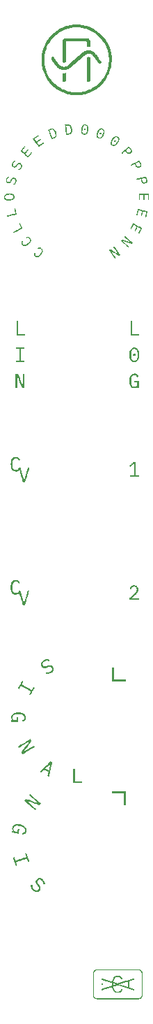
<source format=gto>
G04 #@! TF.GenerationSoftware,KiCad,Pcbnew,(5.1.5-0-10_14)*
G04 #@! TF.CreationDate,2020-10-09T16:59:21-04:00*
G04 #@! TF.ProjectId,AYOM - VCA Panel,41594f4d-202d-4205-9643-412050616e65,rev?*
G04 #@! TF.SameCoordinates,Original*
G04 #@! TF.FileFunction,Legend,Top*
G04 #@! TF.FilePolarity,Positive*
%FSLAX46Y46*%
G04 Gerber Fmt 4.6, Leading zero omitted, Abs format (unit mm)*
G04 Created by KiCad (PCBNEW (5.1.5-0-10_14)) date 2020-10-09 16:59:21*
%MOMM*%
%LPD*%
G04 APERTURE LIST*
%ADD10C,0.100000*%
G04 APERTURE END LIST*
D10*
G36*
X145441020Y-153505580D02*
G01*
X145421264Y-153511577D01*
X145403978Y-153521455D01*
X145388456Y-153533802D01*
X145375756Y-153548972D01*
X145366231Y-153566963D01*
X145360234Y-153586719D01*
X145358117Y-153607533D01*
X145360234Y-153628347D01*
X145366231Y-153648102D01*
X145375756Y-153665741D01*
X145388456Y-153681263D01*
X145403978Y-153693611D01*
X145421264Y-153703488D01*
X145441020Y-153709486D01*
X145461834Y-153711602D01*
X145482648Y-153709486D01*
X145502403Y-153703488D01*
X145520042Y-153693611D01*
X145535212Y-153681263D01*
X145548264Y-153665741D01*
X145557789Y-153648102D01*
X145563434Y-153628347D01*
X145566256Y-153607533D01*
X145563434Y-153586719D01*
X145557789Y-153566963D01*
X145548264Y-153548972D01*
X145535212Y-153533802D01*
X145520042Y-153521455D01*
X145502403Y-153511577D01*
X145482648Y-153505580D01*
X145461834Y-153503463D01*
X145441020Y-153505580D01*
G37*
G36*
X148613303Y-153946440D02*
G01*
X147193372Y-153608832D01*
X147170795Y-153615887D01*
X147148922Y-153622237D01*
X147126345Y-153629293D01*
X147104120Y-153635643D01*
X147081542Y-153642698D01*
X147059670Y-153649048D01*
X147037092Y-153656104D01*
X147014867Y-153662454D01*
X146992642Y-153669509D01*
X146970417Y-153676212D01*
X146947839Y-153682915D01*
X146925614Y-153689618D01*
X146903389Y-153696321D01*
X146881164Y-153703376D01*
X146858586Y-153709726D01*
X146836361Y-153716782D01*
X146836361Y-153702671D01*
X146836361Y-153688207D01*
X146836361Y-153674096D01*
X146836361Y-153659984D01*
X146836361Y-153645168D01*
X146836361Y-153631057D01*
X146836361Y-153616946D01*
X146836361Y-153602834D01*
X146836361Y-153588371D01*
X146836361Y-153574259D01*
X146836361Y-153560148D01*
X146836361Y-153546037D01*
X146836361Y-153531573D01*
X146836361Y-153517462D01*
X146836361Y-153503351D01*
X146836361Y-153488887D01*
X146858586Y-153495943D01*
X146881164Y-153502646D01*
X146903389Y-153509348D01*
X146925614Y-153516051D01*
X146947839Y-153523107D01*
X146970417Y-153529457D01*
X146992642Y-153536512D01*
X147014867Y-153543215D01*
X147037092Y-153549918D01*
X147059670Y-153556973D01*
X147081542Y-153563676D01*
X147104120Y-153570379D01*
X147126345Y-153577082D01*
X147148922Y-153584137D01*
X147170795Y-153590487D01*
X147193372Y-153597543D01*
X147193372Y-153598248D01*
X147193372Y-153598954D01*
X147193372Y-153599659D01*
X147193372Y-153600365D01*
X147193372Y-153601071D01*
X147193372Y-153601423D01*
X147193372Y-153602129D01*
X147193372Y-153603187D01*
X147193372Y-153603893D01*
X147193372Y-153604598D01*
X147193372Y-153605304D01*
X147193372Y-153606009D01*
X147193372Y-153606715D01*
X147193372Y-153607421D01*
X147193372Y-153608126D01*
X147193372Y-153608832D01*
X148613303Y-153946440D01*
X148751592Y-153051090D01*
X148626003Y-153090601D01*
X148500767Y-153130465D01*
X148375178Y-153170329D01*
X148249942Y-153209840D01*
X148124353Y-153249351D01*
X147999117Y-153289215D01*
X147873528Y-153329079D01*
X147748645Y-153368590D01*
X147623056Y-153408454D01*
X147497820Y-153447965D01*
X147372231Y-153487829D01*
X147372231Y-153487476D01*
X147339422Y-153477246D01*
X147306261Y-153467368D01*
X147273100Y-153456784D01*
X147239939Y-153446554D01*
X147207131Y-153436676D01*
X147173970Y-153426093D01*
X147140809Y-153415862D01*
X147107647Y-153405984D01*
X147074839Y-153395401D01*
X147042031Y-153385171D01*
X147008870Y-153375293D01*
X146975709Y-153365062D01*
X146942900Y-153354479D01*
X146909739Y-153344601D01*
X146876578Y-153334371D01*
X146843417Y-153323787D01*
X146851531Y-153252879D01*
X146862820Y-153185851D01*
X146877636Y-153122704D01*
X146895628Y-153063790D01*
X146916795Y-153009109D01*
X146941842Y-152958662D01*
X146969711Y-152912801D01*
X147001109Y-152871526D01*
X147035681Y-152834837D01*
X147074134Y-152802382D01*
X147115409Y-152774865D01*
X147160211Y-152752287D01*
X147208542Y-152734296D01*
X147260047Y-152721596D01*
X147314728Y-152713834D01*
X147372936Y-152711365D01*
X147417739Y-152713129D01*
X147459367Y-152718068D01*
X147499231Y-152726182D01*
X147535920Y-152737118D01*
X147570492Y-152751229D01*
X147602947Y-152768162D01*
X147632934Y-152787565D01*
X147660803Y-152809437D01*
X147686556Y-152833779D01*
X147710545Y-152859884D01*
X147733122Y-152888107D01*
X147753231Y-152918446D01*
X147772281Y-152950196D01*
X147789920Y-152983709D01*
X147806147Y-153018634D01*
X147820611Y-153054971D01*
X147829784Y-153050737D01*
X147839309Y-153046151D01*
X147848481Y-153042271D01*
X147857300Y-153038037D01*
X147866825Y-153033804D01*
X147875997Y-153029571D01*
X147885170Y-153025690D01*
X147894342Y-153021457D01*
X147903514Y-153017223D01*
X147913039Y-153012990D01*
X147921859Y-153009109D01*
X147931031Y-153004876D01*
X147940556Y-153000643D01*
X147949375Y-152996762D01*
X147958900Y-152992529D01*
X147968072Y-152988296D01*
X147949728Y-152945609D01*
X147929620Y-152903629D01*
X147907395Y-152863412D01*
X147882700Y-152824254D01*
X147856242Y-152787212D01*
X147826961Y-152751582D01*
X147794859Y-152719126D01*
X147760286Y-152688434D01*
X147723245Y-152660212D01*
X147682675Y-152635518D01*
X147639636Y-152613998D01*
X147593070Y-152595654D01*
X147543328Y-152580837D01*
X147490059Y-152570254D01*
X147433261Y-152563551D01*
X147372936Y-152561082D01*
X147300970Y-152563904D01*
X147232884Y-152572018D01*
X147168325Y-152586482D01*
X147107647Y-152605884D01*
X147050850Y-152630932D01*
X146997934Y-152661623D01*
X146948545Y-152697959D01*
X146903389Y-152739940D01*
X146861761Y-152787212D01*
X146824014Y-152839776D01*
X146790147Y-152898337D01*
X146759809Y-152962190D01*
X146733350Y-153031334D01*
X146710772Y-153106476D01*
X146692075Y-153186909D01*
X146676906Y-153272634D01*
X146594356Y-153247234D01*
X146512159Y-153221482D01*
X146429609Y-153195729D01*
X146347059Y-153170329D01*
X146264861Y-153144929D01*
X146182311Y-153119176D01*
X146099761Y-153093776D01*
X146017564Y-153068376D01*
X145935014Y-153042623D01*
X145852464Y-153017223D01*
X145769914Y-152991823D01*
X145687717Y-152966423D01*
X145605520Y-152940671D01*
X145522617Y-152915271D01*
X145440420Y-152889871D01*
X145357870Y-152864471D01*
X145357870Y-152875407D01*
X145357870Y-152886343D01*
X145357870Y-152897279D01*
X145357870Y-152908215D01*
X145357870Y-152919151D01*
X145357870Y-152930087D01*
X145357870Y-152941023D01*
X145357870Y-152952312D01*
X145357870Y-152963248D01*
X145357870Y-152974184D01*
X145357870Y-152985121D01*
X145357870Y-152996057D01*
X145357870Y-153006993D01*
X145357870Y-153017929D01*
X145357870Y-153028865D01*
X145357870Y-153040154D01*
X145439361Y-153064848D01*
X145520500Y-153089190D01*
X145601992Y-153114237D01*
X145683131Y-153138932D01*
X145764623Y-153163626D01*
X145845761Y-153188321D01*
X145927606Y-153213015D01*
X146008745Y-153237709D01*
X146090236Y-153262404D01*
X146171375Y-153287098D01*
X146252867Y-153311793D01*
X146334006Y-153336487D01*
X146415497Y-153361182D01*
X146496989Y-153385876D01*
X146578128Y-153410571D01*
X146659620Y-153435265D01*
X146658914Y-153445496D01*
X146658209Y-153455726D01*
X146657503Y-153465957D01*
X146656797Y-153476187D01*
X146656092Y-153486418D01*
X146655386Y-153496648D01*
X146654681Y-153506879D01*
X146654328Y-153517109D01*
X146653622Y-153527693D01*
X146653270Y-153538276D01*
X146652564Y-153548859D01*
X146652211Y-153559443D01*
X146651859Y-153570379D01*
X146651859Y-153580962D01*
X146651506Y-153591898D01*
X146651506Y-153603187D01*
X146651506Y-153614476D01*
X146651859Y-153625059D01*
X146651859Y-153635996D01*
X146652211Y-153646579D01*
X146652564Y-153657162D01*
X146653270Y-153667746D01*
X146653622Y-153677976D01*
X146654328Y-153688559D01*
X146654681Y-153698790D01*
X146655386Y-153709021D01*
X146656092Y-153718898D01*
X146656797Y-153729482D01*
X146657503Y-153739359D01*
X146658209Y-153749590D01*
X146658914Y-153759821D01*
X146659620Y-153770051D01*
X146578128Y-153794393D01*
X146496636Y-153819087D01*
X146415497Y-153843782D01*
X146334006Y-153868123D01*
X146252867Y-153892818D01*
X146171375Y-153917512D01*
X146090236Y-153941854D01*
X146008745Y-153966548D01*
X145927253Y-153991243D01*
X145845761Y-154015584D01*
X145764623Y-154040279D01*
X145683131Y-154064621D01*
X145601992Y-154089315D01*
X145520500Y-154114009D01*
X145439361Y-154138351D01*
X145357870Y-154163046D01*
X145357870Y-154174334D01*
X145357870Y-154186329D01*
X145357870Y-154197618D01*
X145357870Y-154209259D01*
X145357870Y-154220548D01*
X145357870Y-154232543D01*
X145357870Y-154243832D01*
X145357870Y-154255473D01*
X145357870Y-154266762D01*
X145357870Y-154278404D01*
X145357870Y-154290046D01*
X145357870Y-154301687D01*
X145357870Y-154312976D01*
X145357870Y-154324618D01*
X145357870Y-154335907D01*
X145357870Y-154347901D01*
X145440420Y-154322148D01*
X145522970Y-154296748D01*
X145605520Y-154271348D01*
X145687717Y-154245596D01*
X145770267Y-154219843D01*
X145852817Y-154194443D01*
X145935367Y-154169043D01*
X146017917Y-154143643D01*
X146100467Y-154117890D01*
X146182664Y-154092490D01*
X146265567Y-154067090D01*
X146347764Y-154041690D01*
X146430667Y-154015937D01*
X146512864Y-153990537D01*
X146595061Y-153964784D01*
X146677964Y-153939032D01*
X146693134Y-154024404D01*
X146711831Y-154104132D01*
X146734761Y-154178215D01*
X146761220Y-154247359D01*
X146791559Y-154310507D01*
X146825425Y-154368362D01*
X146863172Y-154420926D01*
X146904800Y-154468198D01*
X146949956Y-154509473D01*
X146999345Y-154545104D01*
X147051909Y-154575796D01*
X147108353Y-154600490D01*
X147169031Y-154620246D01*
X147233236Y-154634004D01*
X147301322Y-154642471D01*
X147372936Y-154644940D01*
X147433261Y-154643176D01*
X147490059Y-154636121D01*
X147543328Y-154625537D01*
X147593070Y-154611073D01*
X147639636Y-154592729D01*
X147682675Y-154571209D01*
X147723245Y-154545809D01*
X147760286Y-154518293D01*
X147794859Y-154487601D01*
X147826961Y-154454440D01*
X147856242Y-154419515D01*
X147882700Y-154382121D01*
X147907395Y-154343315D01*
X147929620Y-154302746D01*
X147949728Y-154261118D01*
X147968072Y-154218079D01*
X147958900Y-154213846D01*
X147949375Y-154209612D01*
X147940556Y-154205379D01*
X147931031Y-154201498D01*
X147921859Y-154197265D01*
X147913039Y-154193032D01*
X147903514Y-154188798D01*
X147894342Y-154184918D01*
X147885170Y-154180684D01*
X147875997Y-154176451D01*
X147866825Y-154172571D01*
X147857300Y-154168337D01*
X147848481Y-154164104D01*
X147839309Y-154159871D01*
X147829784Y-154155990D01*
X147820611Y-154151757D01*
X147806147Y-154188093D01*
X147789920Y-154222665D01*
X147772281Y-154256179D01*
X147753231Y-154287929D01*
X147733122Y-154318268D01*
X147710545Y-154346490D01*
X147686556Y-154372596D01*
X147660803Y-154396584D01*
X147632934Y-154418809D01*
X147602947Y-154438212D01*
X147570492Y-154454793D01*
X147535920Y-154468904D01*
X147499231Y-154480193D01*
X147459367Y-154488307D01*
X147417739Y-154493246D01*
X147372936Y-154495009D01*
X147315081Y-154492540D01*
X147260400Y-154484779D01*
X147209247Y-154472079D01*
X147160917Y-154454440D01*
X147116467Y-154431862D01*
X147075192Y-154404698D01*
X147036739Y-154372948D01*
X147002167Y-154336259D01*
X146970770Y-154295337D01*
X146942900Y-154249829D01*
X146917853Y-154200087D01*
X146896686Y-154145759D01*
X146878342Y-154087198D01*
X146863525Y-154025109D01*
X146852236Y-153958434D01*
X146843770Y-153887879D01*
X146876931Y-153878001D01*
X146910092Y-153867418D01*
X146942900Y-153857187D01*
X146975709Y-153847309D01*
X147008870Y-153836726D01*
X147042031Y-153826496D01*
X147075192Y-153816618D01*
X147108000Y-153806387D01*
X147141161Y-153795804D01*
X147174322Y-153785926D01*
X147207131Y-153775696D01*
X147239939Y-153765112D01*
X147273100Y-153755234D01*
X147306261Y-153745004D01*
X147339422Y-153734421D01*
X147372231Y-153724543D01*
X147372231Y-153724190D01*
X147372231Y-153723837D01*
X147372231Y-153723484D01*
X147372231Y-153723132D01*
X147372231Y-153722779D01*
X147372231Y-153722426D01*
X147372231Y-153722073D01*
X147372231Y-153721721D01*
X147372231Y-153721368D01*
X147497820Y-153761584D01*
X147623056Y-153801096D01*
X147748645Y-153840959D01*
X147873528Y-153880823D01*
X147999117Y-153920687D01*
X148124353Y-153960551D01*
X148249942Y-154000415D01*
X148375178Y-154040279D01*
X148500767Y-154080143D01*
X148626003Y-154120007D01*
X148751592Y-154159518D01*
X148876828Y-154199734D01*
X149002417Y-154239598D01*
X149127300Y-154279462D01*
X149252536Y-154319326D01*
X149378125Y-154359190D01*
X149378125Y-154348254D01*
X149378125Y-154336612D01*
X149378125Y-154325676D01*
X149378125Y-154314387D01*
X149378125Y-154303451D01*
X149378125Y-154291809D01*
X149378125Y-154280873D01*
X149378125Y-154269937D01*
X149378125Y-154258648D01*
X149378125Y-154247712D01*
X149378125Y-154236071D01*
X149378125Y-154225134D01*
X149378125Y-154214198D01*
X149378125Y-154202909D01*
X149378125Y-154191621D01*
X149378125Y-154180332D01*
X149340025Y-154168337D01*
X149301220Y-154156343D01*
X149263120Y-154144348D01*
X149224314Y-154132001D01*
X149186214Y-154120007D01*
X149147761Y-154108012D01*
X149109309Y-154095665D01*
X149070856Y-154083671D01*
X149032050Y-154071323D01*
X148993950Y-154059329D01*
X148955497Y-154047334D01*
X148917045Y-154035340D01*
X148878592Y-154023346D01*
X148840492Y-154011351D01*
X148801686Y-153998651D01*
X148763586Y-153986657D01*
X148763586Y-153939032D01*
X148763586Y-153891759D01*
X148763586Y-153844134D01*
X148763586Y-153796157D01*
X148763586Y-153748532D01*
X148763586Y-153701259D01*
X148763586Y-153653634D01*
X148763586Y-153605657D01*
X148763586Y-153558032D01*
X148763586Y-153510759D01*
X148763586Y-153462782D01*
X148763586Y-153415157D01*
X148763586Y-153367532D01*
X148763586Y-153320259D01*
X148763586Y-153272282D01*
X148763586Y-153224657D01*
X148801686Y-153213015D01*
X148840492Y-153201021D01*
X148878592Y-153189379D01*
X148917045Y-153177032D01*
X148955497Y-153165037D01*
X148993950Y-153153396D01*
X149032050Y-153141401D01*
X149070856Y-153129759D01*
X149109309Y-153117412D01*
X149147761Y-153105771D01*
X149186214Y-153093776D01*
X149224314Y-153082134D01*
X149263120Y-153070140D01*
X149301220Y-153058146D01*
X149340025Y-153046151D01*
X149378125Y-153034157D01*
X149378125Y-153022868D01*
X149378125Y-153011579D01*
X149378125Y-152999937D01*
X149378125Y-152988648D01*
X149378125Y-152977712D01*
X149378125Y-152966423D01*
X149378125Y-152954782D01*
X149378125Y-152943493D01*
X149378125Y-152932204D01*
X149378125Y-152920915D01*
X149378125Y-152909626D01*
X149378125Y-152897984D01*
X149378125Y-152886696D01*
X149378125Y-152875407D01*
X149378125Y-152864118D01*
X149378125Y-152852476D01*
X149252536Y-152892340D01*
X149127300Y-152931851D01*
X149002417Y-152971362D01*
X148876828Y-153011579D01*
X148751592Y-153051090D01*
X148613303Y-153946440D01*
X148546981Y-153925979D01*
X148480306Y-153905518D01*
X148413631Y-153884704D01*
X148346956Y-153864243D01*
X148280634Y-153843782D01*
X148213959Y-153822968D01*
X148147636Y-153802507D01*
X148080961Y-153782046D01*
X148014286Y-153761584D01*
X147947611Y-153740771D01*
X147881289Y-153719957D01*
X147814614Y-153699848D01*
X147748292Y-153679034D01*
X147681264Y-153658573D01*
X147614942Y-153638112D01*
X147548267Y-153617298D01*
X147548267Y-153615887D01*
X147548267Y-153615182D01*
X147548267Y-153613771D01*
X147548267Y-153612359D01*
X147548267Y-153611301D01*
X147548267Y-153609890D01*
X147548267Y-153608832D01*
X147548267Y-153607421D01*
X147548267Y-153606009D01*
X147548267Y-153604951D01*
X147548267Y-153603540D01*
X147548267Y-153602482D01*
X147548267Y-153601071D01*
X147548267Y-153600012D01*
X147548267Y-153598954D01*
X147548267Y-153597543D01*
X147614942Y-153576729D01*
X147681264Y-153556621D01*
X147748292Y-153535807D01*
X147814614Y-153514993D01*
X147881289Y-153494532D01*
X147947611Y-153474071D01*
X148014286Y-153453609D01*
X148080961Y-153432796D01*
X148147636Y-153412334D01*
X148213959Y-153391873D01*
X148280634Y-153371059D01*
X148346956Y-153350598D01*
X148413631Y-153330137D01*
X148480306Y-153309323D01*
X148546981Y-153288862D01*
X148613303Y-153268401D01*
X148613303Y-153310734D01*
X148613303Y-153353068D01*
X148613303Y-153395401D01*
X148613303Y-153438087D01*
X148613303Y-153480421D01*
X148613303Y-153522754D01*
X148613303Y-153565087D01*
X148613303Y-153607421D01*
X148613303Y-153649754D01*
X148613303Y-153692087D01*
X148613303Y-153734421D01*
X148613303Y-153777107D01*
X148613303Y-153819440D01*
X148613303Y-153861773D01*
X148613303Y-153904107D01*
X148613303Y-153946440D01*
G37*
G36*
X149907610Y-151792240D02*
G01*
X149907610Y-151923121D01*
X149944299Y-151924884D01*
X149980282Y-151930529D01*
X150014854Y-151939348D01*
X150047663Y-151951343D01*
X150079413Y-151966512D01*
X150109046Y-151984504D01*
X150136563Y-152005318D01*
X150162668Y-152028601D01*
X150185599Y-152054001D01*
X150206413Y-152081871D01*
X150224404Y-152111504D01*
X150239574Y-152143254D01*
X150251921Y-152176415D01*
X150260741Y-152210987D01*
X150266385Y-152246618D01*
X150267796Y-152283659D01*
X150267796Y-152448407D01*
X150267796Y-152613507D01*
X150267796Y-152778254D01*
X150267796Y-152943354D01*
X150267796Y-153108101D01*
X150267796Y-153273201D01*
X150267796Y-153438301D01*
X150267796Y-153603401D01*
X150267796Y-153768148D01*
X150267796Y-153932896D01*
X150267796Y-154097996D01*
X150267796Y-154263096D01*
X150267796Y-154428195D01*
X150267796Y-154592943D01*
X150267796Y-154757690D01*
X150267796Y-154922790D01*
X150266385Y-154959832D01*
X150260741Y-154995462D01*
X150251921Y-155030034D01*
X150239574Y-155062843D01*
X150224404Y-155094593D01*
X150206413Y-155124226D01*
X150185599Y-155152095D01*
X150162668Y-155177848D01*
X150136563Y-155201132D01*
X150109046Y-155221945D01*
X150079413Y-155239584D01*
X150047663Y-155254754D01*
X150014854Y-155267101D01*
X149980282Y-155275920D01*
X149944299Y-155281565D01*
X149907610Y-155283329D01*
X149590110Y-155283329D01*
X149272610Y-155283329D01*
X148955463Y-155283329D01*
X148637610Y-155283329D01*
X148320463Y-155283329D01*
X148002963Y-155283329D01*
X147685463Y-155283329D01*
X147367963Y-155283329D01*
X147050463Y-155283329D01*
X146733316Y-155283329D01*
X146415816Y-155283329D01*
X146098316Y-155283329D01*
X145780816Y-155283329D01*
X145463316Y-155283329D01*
X145145816Y-155283329D01*
X144828668Y-155283329D01*
X144791627Y-155281565D01*
X144755643Y-155275920D01*
X144721424Y-155267101D01*
X144688263Y-155254754D01*
X144656513Y-155239584D01*
X144626880Y-155221945D01*
X144599010Y-155201132D01*
X144573610Y-155177848D01*
X144550327Y-155152095D01*
X144529513Y-155124226D01*
X144511521Y-155094593D01*
X144496352Y-155062843D01*
X144484357Y-155030034D01*
X144475538Y-154995462D01*
X144469893Y-154959832D01*
X144468130Y-154922790D01*
X144468130Y-154757690D01*
X144468130Y-154592943D01*
X144468130Y-154428195D01*
X144468130Y-154263096D01*
X144468130Y-154097996D01*
X144468130Y-153932896D01*
X144468130Y-153768148D01*
X144468130Y-153603401D01*
X144468130Y-153438301D01*
X144468130Y-153273201D01*
X144468130Y-153108101D01*
X144468130Y-152943354D01*
X144468130Y-152778254D01*
X144468130Y-152613507D01*
X144468130Y-152448407D01*
X144468130Y-152283659D01*
X144469893Y-152246618D01*
X144475538Y-152210987D01*
X144484357Y-152176415D01*
X144496352Y-152143254D01*
X144511521Y-152111504D01*
X144529513Y-152081871D01*
X144550327Y-152054001D01*
X144573610Y-152028601D01*
X144599010Y-152005318D01*
X144626880Y-151984504D01*
X144656513Y-151966512D01*
X144688263Y-151951343D01*
X144721424Y-151939348D01*
X144755643Y-151930529D01*
X144791627Y-151924884D01*
X144828668Y-151923121D01*
X145145816Y-151923121D01*
X145463316Y-151923121D01*
X145780816Y-151923121D01*
X146098316Y-151923121D01*
X146415816Y-151923121D01*
X146733316Y-151923121D01*
X147050463Y-151923121D01*
X147367963Y-151923121D01*
X147685463Y-151923121D01*
X148002963Y-151923121D01*
X148320463Y-151923121D01*
X148637610Y-151923121D01*
X148955463Y-151923121D01*
X149272610Y-151923121D01*
X149590110Y-151923121D01*
X149907610Y-151923121D01*
X149907610Y-151792240D01*
X149590110Y-151792240D01*
X149272610Y-151792240D01*
X148955463Y-151792240D01*
X148637610Y-151792240D01*
X148320463Y-151792240D01*
X148002963Y-151792240D01*
X147685463Y-151792240D01*
X147367963Y-151792240D01*
X147050463Y-151792240D01*
X146733316Y-151792240D01*
X146415816Y-151792240D01*
X146098316Y-151792240D01*
X145780816Y-151792240D01*
X145463316Y-151792240D01*
X145145816Y-151792240D01*
X144828668Y-151792240D01*
X144778221Y-151795062D01*
X144729538Y-151802118D01*
X144682266Y-151814112D01*
X144637816Y-151830693D01*
X144594424Y-151851859D01*
X144553855Y-151876201D01*
X144516460Y-151904423D01*
X144481182Y-151936173D01*
X144449432Y-151971451D01*
X144421210Y-152008846D01*
X144396868Y-152049415D01*
X144376055Y-152092454D01*
X144359474Y-152137609D01*
X144347127Y-152184529D01*
X144340071Y-152233212D01*
X144337249Y-152283659D01*
X144337249Y-152448407D01*
X144337249Y-152613507D01*
X144337249Y-152778254D01*
X144337249Y-152943354D01*
X144337249Y-153108101D01*
X144337249Y-153273201D01*
X144337249Y-153438301D01*
X144337249Y-153603401D01*
X144337249Y-153768148D01*
X144337249Y-153932896D01*
X144337249Y-154097996D01*
X144337249Y-154263096D01*
X144337249Y-154428195D01*
X144337249Y-154592943D01*
X144337249Y-154757690D01*
X144337249Y-154922790D01*
X144340071Y-154973237D01*
X144347127Y-155021568D01*
X144359474Y-155068840D01*
X144376055Y-155113995D01*
X144396868Y-155156682D01*
X144421210Y-155197251D01*
X144449432Y-155235351D01*
X144481182Y-155269923D01*
X144516460Y-155301673D01*
X144553855Y-155329895D01*
X144594424Y-155354943D01*
X144637816Y-155375404D01*
X144682266Y-155391984D01*
X144729538Y-155403979D01*
X144778221Y-155411387D01*
X144828668Y-155414209D01*
X145145816Y-155414209D01*
X145463316Y-155414209D01*
X145780816Y-155414209D01*
X146098316Y-155414209D01*
X146415816Y-155414209D01*
X146733316Y-155414209D01*
X147050463Y-155414209D01*
X147367963Y-155414209D01*
X147685463Y-155414209D01*
X148002963Y-155414209D01*
X148320463Y-155414209D01*
X148637610Y-155414209D01*
X148955463Y-155414209D01*
X149272610Y-155414209D01*
X149590110Y-155414209D01*
X149907610Y-155414209D01*
X149957704Y-155411387D01*
X150006388Y-155403979D01*
X150053307Y-155391984D01*
X150098463Y-155375404D01*
X150141502Y-155354943D01*
X150181718Y-155329895D01*
X150219818Y-155301673D01*
X150254391Y-155269923D01*
X150286493Y-155235351D01*
X150314716Y-155197251D01*
X150339410Y-155156682D01*
X150359871Y-155113995D01*
X150376452Y-155068840D01*
X150388446Y-155021568D01*
X150396207Y-154973237D01*
X150398677Y-154922790D01*
X150398677Y-154757690D01*
X150398677Y-154592943D01*
X150398677Y-154428195D01*
X150398677Y-154263096D01*
X150398677Y-154097996D01*
X150398677Y-153932896D01*
X150398677Y-153768148D01*
X150398677Y-153603401D01*
X150398677Y-153438301D01*
X150398677Y-153273201D01*
X150398677Y-153108101D01*
X150398677Y-152943354D01*
X150398677Y-152778254D01*
X150398677Y-152613507D01*
X150398677Y-152448407D01*
X150398677Y-152283659D01*
X150396207Y-152233212D01*
X150388446Y-152184529D01*
X150376452Y-152137609D01*
X150359871Y-152092454D01*
X150339410Y-152049415D01*
X150314716Y-152008846D01*
X150286493Y-151971451D01*
X150254391Y-151936173D01*
X150219818Y-151904423D01*
X150181718Y-151876201D01*
X150141502Y-151851859D01*
X150098463Y-151830693D01*
X150053307Y-151814112D01*
X150006388Y-151802118D01*
X149957704Y-151795062D01*
X149907610Y-151792240D01*
G37*
G36*
X148365230Y-131898850D02*
G01*
X148100647Y-131898850D01*
X148100647Y-130462339D01*
X146664488Y-130462339D01*
X146664488Y-130197756D01*
X148365230Y-130197756D01*
X148365230Y-131898850D01*
G37*
G36*
X148360079Y-116659136D02*
G01*
X148360079Y-116902905D01*
X146669568Y-116902905D01*
X146669568Y-115212747D01*
X146913337Y-115212747D01*
X146913337Y-116659136D01*
X148360079Y-116659136D01*
G37*
G36*
X147425077Y-65183745D02*
G01*
X147426488Y-65183039D01*
X147427546Y-65181981D01*
X147428958Y-65181276D01*
X147430016Y-65180217D01*
X147431427Y-65179159D01*
X147432485Y-65178453D01*
X147433544Y-65177395D01*
X147434955Y-65176689D01*
X147361577Y-65069445D01*
X147287846Y-64962201D01*
X147214116Y-64854603D01*
X147140738Y-64747359D01*
X147067360Y-64639762D01*
X146993630Y-64532517D01*
X146919899Y-64425273D01*
X146846521Y-64317676D01*
X146860280Y-64308503D01*
X146874038Y-64298978D01*
X146888149Y-64289453D01*
X146901908Y-64279928D01*
X146915666Y-64270403D01*
X146929424Y-64260878D01*
X146943183Y-64251353D01*
X146956941Y-64242181D01*
X147043724Y-64368828D01*
X147130860Y-64495476D01*
X147217644Y-64622476D01*
X147304427Y-64749476D01*
X147391210Y-64876123D01*
X147477994Y-65003123D01*
X147565130Y-65129770D01*
X147652266Y-65256770D01*
X147630394Y-65271587D01*
X147608874Y-65286403D01*
X147587355Y-65301220D01*
X147565483Y-65316037D01*
X147543963Y-65330853D01*
X147522091Y-65345317D01*
X147500924Y-65360134D01*
X147479052Y-65374951D01*
X147362988Y-65298398D01*
X147246924Y-65221845D01*
X147130860Y-65145292D01*
X147015149Y-65068387D01*
X146899085Y-64991834D01*
X146783021Y-64915281D01*
X146666958Y-64838376D01*
X146550541Y-64761823D01*
X146549483Y-64762881D01*
X146548424Y-64763587D01*
X146547013Y-64764645D01*
X146545955Y-64765351D01*
X146544544Y-64766056D01*
X146543133Y-64767114D01*
X146542074Y-64767820D01*
X146540663Y-64768878D01*
X146613335Y-64875064D01*
X146686360Y-64981251D01*
X146759033Y-65087789D01*
X146831705Y-65193976D01*
X146904730Y-65300162D01*
X146977402Y-65406348D01*
X147050427Y-65512887D01*
X147123452Y-65619073D01*
X147109341Y-65628598D01*
X147095583Y-65638123D01*
X147081824Y-65647295D01*
X147068066Y-65656820D01*
X147053955Y-65666345D01*
X147040196Y-65675870D01*
X147026438Y-65685395D01*
X147012680Y-65694920D01*
X146925896Y-65567920D01*
X146838760Y-65441273D01*
X146751977Y-65314273D01*
X146665194Y-65187626D01*
X146578410Y-65060626D01*
X146491627Y-64933978D01*
X146404138Y-64806978D01*
X146317355Y-64680331D01*
X146339227Y-64665514D01*
X146360394Y-64650698D01*
X146382266Y-64635881D01*
X146403785Y-64621064D01*
X146425658Y-64606248D01*
X146447530Y-64591431D01*
X146468696Y-64576614D01*
X146490569Y-64561798D01*
X146607338Y-64639409D01*
X146724108Y-64717373D01*
X146840877Y-64794984D01*
X146957999Y-64872948D01*
X147074769Y-64950559D01*
X147191538Y-65028170D01*
X147308308Y-65106134D01*
X147425077Y-65183745D01*
G37*
G36*
X148955039Y-63759863D02*
G01*
X148956097Y-63758805D01*
X148957156Y-63757746D01*
X148958214Y-63756335D01*
X148959272Y-63755277D01*
X148960331Y-63754219D01*
X148961389Y-63752807D01*
X148962447Y-63752102D01*
X148963153Y-63750691D01*
X148866139Y-63664260D01*
X148769478Y-63577477D01*
X148672111Y-63490694D01*
X148575097Y-63403910D01*
X148478083Y-63317480D01*
X148381070Y-63230696D01*
X148284408Y-63143913D01*
X148187042Y-63057130D01*
X148197978Y-63044782D01*
X148209620Y-63032082D01*
X148220556Y-63019735D01*
X148231845Y-63007388D01*
X148242781Y-62995041D01*
X148254070Y-62982341D01*
X148265358Y-62969641D01*
X148276295Y-62957294D01*
X148390947Y-63059599D01*
X148505600Y-63162257D01*
X148620253Y-63264563D01*
X148734906Y-63366869D01*
X148849206Y-63469174D01*
X148963858Y-63571480D01*
X149078511Y-63674138D01*
X149193164Y-63776444D01*
X149175525Y-63795846D01*
X149157886Y-63815602D01*
X149140600Y-63835005D01*
X149123314Y-63854407D01*
X149105675Y-63874163D01*
X149088389Y-63893566D01*
X149070750Y-63913321D01*
X149053111Y-63932724D01*
X148922231Y-63885805D01*
X148791350Y-63839238D01*
X148660470Y-63792319D01*
X148529589Y-63745752D01*
X148398356Y-63699185D01*
X148267475Y-63652266D01*
X148136595Y-63605699D01*
X148005714Y-63558780D01*
X148004656Y-63560191D01*
X148003597Y-63561249D01*
X148002539Y-63562307D01*
X148001481Y-63563366D01*
X148000422Y-63564424D01*
X147999364Y-63565835D01*
X147998306Y-63566894D01*
X147997247Y-63567952D01*
X148093556Y-63653677D01*
X148189511Y-63739755D01*
X148285820Y-63825480D01*
X148381422Y-63911205D01*
X148477378Y-63996930D01*
X148573686Y-64083007D01*
X148669642Y-64168732D01*
X148765950Y-64254457D01*
X148755014Y-64266805D01*
X148743372Y-64279505D01*
X148732436Y-64291852D01*
X148721147Y-64304199D01*
X148710211Y-64316899D01*
X148698922Y-64329246D01*
X148687633Y-64341946D01*
X148676697Y-64354294D01*
X148562045Y-64251988D01*
X148447745Y-64149330D01*
X148332739Y-64047024D01*
X148218086Y-63944719D01*
X148103786Y-63842413D01*
X147989133Y-63740107D01*
X147874481Y-63637449D01*
X147759828Y-63535144D01*
X147777467Y-63515741D01*
X147794753Y-63495985D01*
X147812392Y-63476582D01*
X147829678Y-63457180D01*
X147846964Y-63437424D01*
X147864603Y-63418021D01*
X147881889Y-63398619D01*
X147899528Y-63378863D01*
X148031467Y-63426488D01*
X148163406Y-63474113D01*
X148295345Y-63521738D01*
X148427283Y-63569363D01*
X148559222Y-63616988D01*
X148691161Y-63664613D01*
X148823100Y-63712238D01*
X148955039Y-63759863D01*
G37*
G36*
X149238214Y-61415655D02*
G01*
X149374386Y-61487622D01*
X149510558Y-61559236D01*
X149646731Y-61631202D01*
X149782903Y-61702816D01*
X149919428Y-61775136D01*
X150055247Y-61846749D01*
X150191772Y-61918716D01*
X150327945Y-61990330D01*
X150283847Y-62073938D01*
X150239397Y-62157899D01*
X150194947Y-62241508D01*
X150150850Y-62325116D01*
X150106753Y-62408372D01*
X150062303Y-62492333D01*
X150017853Y-62575941D01*
X149973756Y-62659549D01*
X149959645Y-62651788D01*
X149945181Y-62644380D01*
X149931070Y-62636972D01*
X149916606Y-62629211D01*
X149902495Y-62621802D01*
X149888383Y-62614394D01*
X149873920Y-62606986D01*
X149859808Y-62599224D01*
X149895086Y-62532197D01*
X149931070Y-62464816D01*
X149966347Y-62397436D01*
X150001978Y-62330408D01*
X150037961Y-62263027D01*
X150073239Y-62195647D01*
X150109222Y-62128619D01*
X150144500Y-62061238D01*
X150098639Y-62036897D01*
X150053131Y-62012555D01*
X150007270Y-61988566D01*
X149961408Y-61964224D01*
X149915195Y-61939883D01*
X149869333Y-61915894D01*
X149823472Y-61891905D01*
X149777611Y-61867563D01*
X149743392Y-61932474D01*
X149709172Y-61997386D01*
X149674600Y-62062297D01*
X149640381Y-62127561D01*
X149605808Y-62192472D01*
X149571236Y-62257383D01*
X149537370Y-62322294D01*
X149502797Y-62387205D01*
X149488686Y-62379444D01*
X149474222Y-62372036D01*
X149460111Y-62364627D01*
X149446000Y-62357219D01*
X149431536Y-62349458D01*
X149417425Y-62342049D01*
X149402961Y-62334641D01*
X149388850Y-62326880D01*
X149423070Y-62261969D01*
X149457642Y-62197058D01*
X149491861Y-62132147D01*
X149526081Y-62067236D01*
X149560653Y-62002324D01*
X149594872Y-61937413D01*
X149629092Y-61872149D01*
X149663664Y-61807238D01*
X149616039Y-61782191D01*
X149568767Y-61757144D01*
X149521142Y-61731744D01*
X149473517Y-61706697D01*
X149425539Y-61681649D01*
X149377914Y-61656602D01*
X149330642Y-61631555D01*
X149283017Y-61606508D01*
X149247386Y-61673536D01*
X149211756Y-61740916D01*
X149176125Y-61808297D01*
X149140847Y-61875677D01*
X149104864Y-61942705D01*
X149069233Y-62010086D01*
X149033603Y-62077113D01*
X148997972Y-62144494D01*
X148983861Y-62137086D01*
X148969397Y-62129677D01*
X148955286Y-62121916D01*
X148940822Y-62114508D01*
X148926711Y-62107099D01*
X148912600Y-62099338D01*
X148898136Y-62091930D01*
X148884025Y-62084522D01*
X148928475Y-62000913D01*
X148972572Y-61917305D01*
X149016670Y-61833697D01*
X149061120Y-61750088D01*
X149105570Y-61666480D01*
X149149667Y-61582872D01*
X149193764Y-61499263D01*
X149238214Y-61415655D01*
G37*
G36*
X149807033Y-59678471D02*
G01*
X149956611Y-59715513D01*
X150105836Y-59752554D01*
X150255061Y-59789949D01*
X150404286Y-59826990D01*
X150553864Y-59864032D01*
X150703089Y-59901074D01*
X150852314Y-59938468D01*
X151001891Y-59975510D01*
X150978961Y-60067585D01*
X150956030Y-60159307D01*
X150933100Y-60251382D01*
X150910169Y-60343457D01*
X150887591Y-60435532D01*
X150864661Y-60527607D01*
X150841730Y-60619329D01*
X150818800Y-60711404D01*
X150803277Y-60707524D01*
X150787402Y-60703643D01*
X150771880Y-60699763D01*
X150756358Y-60695882D01*
X150740836Y-60692002D01*
X150725666Y-60688121D01*
X150709791Y-60684240D01*
X150694269Y-60680360D01*
X150712261Y-60606277D01*
X150730958Y-60532193D01*
X150749302Y-60458110D01*
X150767647Y-60384027D01*
X150785991Y-60310296D01*
X150804336Y-60236213D01*
X150823033Y-60162129D01*
X150841377Y-60088046D01*
X150790930Y-60075346D01*
X150740483Y-60062999D01*
X150690389Y-60050652D01*
X150639941Y-60038304D01*
X150589847Y-60025604D01*
X150539400Y-60013257D01*
X150489305Y-60000910D01*
X150438858Y-59988210D01*
X150420866Y-60059824D01*
X150403227Y-60131085D01*
X150385941Y-60202699D01*
X150367950Y-60273960D01*
X150349958Y-60345574D01*
X150332319Y-60416835D01*
X150314680Y-60488449D01*
X150297041Y-60560063D01*
X150281519Y-60556182D01*
X150265644Y-60552302D01*
X150250122Y-60548068D01*
X150234247Y-60544540D01*
X150218725Y-60540660D01*
X150203202Y-60536779D01*
X150187327Y-60532546D01*
X150171805Y-60529018D01*
X150189444Y-60457404D01*
X150207436Y-60385790D01*
X150225427Y-60314529D01*
X150242714Y-60242915D01*
X150260352Y-60171654D01*
X150278344Y-60100040D01*
X150296336Y-60028779D01*
X150313975Y-59957165D01*
X150261764Y-59944113D01*
X150209552Y-59931060D01*
X150156989Y-59918360D01*
X150105130Y-59905307D01*
X150052919Y-59892254D01*
X150000708Y-59879202D01*
X149948144Y-59866149D01*
X149896286Y-59853449D01*
X149877941Y-59927532D01*
X149859244Y-60001615D01*
X149841252Y-60075346D01*
X149822908Y-60149429D01*
X149804211Y-60223513D01*
X149785866Y-60297596D01*
X149767522Y-60371679D01*
X149749177Y-60445763D01*
X149733655Y-60441882D01*
X149717780Y-60438002D01*
X149702258Y-60434121D01*
X149686383Y-60429888D01*
X149670861Y-60426360D01*
X149655339Y-60422127D01*
X149639464Y-60418599D01*
X149623941Y-60414365D01*
X149646872Y-60322643D01*
X149669802Y-60230568D01*
X149692733Y-60138493D01*
X149715311Y-60046418D01*
X149738594Y-59954343D01*
X149761172Y-59862268D01*
X149784455Y-59770546D01*
X149807033Y-59678471D01*
G37*
G36*
X149948250Y-57842051D02*
G01*
X150102414Y-57844520D01*
X150256225Y-57846637D01*
X150410389Y-57849107D01*
X150564200Y-57851223D01*
X150718717Y-57853693D01*
X150872528Y-57856162D01*
X151026692Y-57858279D01*
X151180503Y-57860748D01*
X151179092Y-57955293D01*
X151177681Y-58050190D01*
X151176269Y-58144734D01*
X151174858Y-58239279D01*
X151173447Y-58333823D01*
X151172036Y-58428368D01*
X151170625Y-58523265D01*
X151169214Y-58617809D01*
X151152986Y-58617457D01*
X151136758Y-58617104D01*
X151120531Y-58616751D01*
X151104303Y-58616751D01*
X151088428Y-58616398D01*
X151072553Y-58616045D01*
X151056325Y-58615693D01*
X151040097Y-58615693D01*
X151041156Y-58539493D01*
X151042567Y-58463293D01*
X151043625Y-58387093D01*
X151044683Y-58311245D01*
X151045742Y-58235045D01*
X151047153Y-58158845D01*
X151048564Y-58082998D01*
X151049622Y-58006798D01*
X150997764Y-58005740D01*
X150945906Y-58005034D01*
X150894047Y-58004329D01*
X150841836Y-58003623D01*
X150790331Y-58002918D01*
X150738119Y-58001859D01*
X150686614Y-58001154D01*
X150634403Y-58000448D01*
X150633344Y-58073826D01*
X150632286Y-58147204D01*
X150631228Y-58220934D01*
X150630169Y-58294312D01*
X150629111Y-58367690D01*
X150627700Y-58441420D01*
X150626642Y-58514798D01*
X150625583Y-58588176D01*
X150609356Y-58588176D01*
X150593128Y-58587823D01*
X150577253Y-58587470D01*
X150561025Y-58587118D01*
X150544797Y-58587118D01*
X150528922Y-58586765D01*
X150513047Y-58586412D01*
X150496819Y-58586412D01*
X150497878Y-58512682D01*
X150498936Y-58439304D01*
X150499994Y-58365926D01*
X150501053Y-58292195D01*
X150502111Y-58218818D01*
X150503522Y-58145440D01*
X150504581Y-58072062D01*
X150505639Y-57998332D01*
X150452017Y-57997626D01*
X150398042Y-57996568D01*
X150344067Y-57995862D01*
X150290444Y-57995157D01*
X150236469Y-57994451D01*
X150182494Y-57993393D01*
X150128872Y-57992687D01*
X150074897Y-57991629D01*
X150073839Y-58067829D01*
X150072781Y-58144029D01*
X150071722Y-58220229D01*
X150070311Y-58296429D01*
X150069253Y-58372276D01*
X150068194Y-58448476D01*
X150066783Y-58524676D01*
X150065725Y-58600876D01*
X150049497Y-58600523D01*
X150033269Y-58600170D01*
X150017042Y-58600170D01*
X150001167Y-58599818D01*
X149984939Y-58599465D01*
X149969064Y-58599465D01*
X149952836Y-58599112D01*
X149936608Y-58599112D01*
X149938019Y-58504215D01*
X149939431Y-58409670D01*
X149940842Y-58315126D01*
X149942253Y-58220582D01*
X149943664Y-58126037D01*
X149945428Y-58031140D01*
X149946839Y-57936595D01*
X149948250Y-57842051D01*
G37*
G36*
X150305508Y-56025457D02*
G01*
X149638405Y-56036393D01*
X149787630Y-55999704D01*
X149937208Y-55963368D01*
X150086786Y-55926679D01*
X150236011Y-55889990D01*
X150385236Y-55853301D01*
X150534461Y-55816613D01*
X150684039Y-55780276D01*
X150833264Y-55743588D01*
X150846669Y-55797563D01*
X150859722Y-55852243D01*
X150873127Y-55906571D01*
X150886533Y-55960899D01*
X150899939Y-56015226D01*
X150913344Y-56069554D01*
X150926397Y-56123882D01*
X150939802Y-56178210D01*
X150953208Y-56257938D01*
X150952502Y-56330257D01*
X150938039Y-56395874D01*
X150910875Y-56453729D01*
X150871011Y-56503824D01*
X150818447Y-56545804D01*
X150754594Y-56578965D01*
X150679452Y-56603307D01*
X150601136Y-56616713D01*
X150529169Y-56616713D01*
X150463552Y-56603660D01*
X150404991Y-56577907D01*
X150354191Y-56539101D01*
X150311152Y-56487949D01*
X150276933Y-56423743D01*
X150251886Y-56347190D01*
X150242714Y-56310854D01*
X150233894Y-56274518D01*
X150224722Y-56238182D01*
X150216255Y-56201493D01*
X150207436Y-56165157D01*
X150198264Y-56128821D01*
X150189444Y-56092485D01*
X150180625Y-56056149D01*
X150117125Y-56071671D01*
X150053625Y-56087193D01*
X149990125Y-56102715D01*
X149926977Y-56118238D01*
X149863830Y-56133760D01*
X149800330Y-56149282D01*
X149737183Y-56164804D01*
X149673683Y-56180326D01*
X149669097Y-56162335D01*
X149665216Y-56144343D01*
X149660630Y-56126351D01*
X149656044Y-56108360D01*
X149651458Y-56090368D01*
X149647225Y-56072376D01*
X149642991Y-56054385D01*
X149638405Y-56036393D01*
X150305508Y-56025457D01*
X150313975Y-56061440D01*
X150323147Y-56097424D01*
X150331966Y-56133407D01*
X150340786Y-56169038D01*
X150349252Y-56205021D01*
X150358072Y-56241004D01*
X150367244Y-56276988D01*
X150375711Y-56312971D01*
X150389116Y-56354951D01*
X150407108Y-56390582D01*
X150429686Y-56419863D01*
X150456144Y-56442793D01*
X150486483Y-56458315D01*
X150519997Y-56466782D01*
X150557391Y-56468193D01*
X150597608Y-56461843D01*
X150608544Y-56459021D01*
X150620186Y-56456551D01*
X150631122Y-56453729D01*
X150642058Y-56450907D01*
X150652994Y-56448438D01*
X150664283Y-56445615D01*
X150675572Y-56442793D01*
X150686508Y-56439971D01*
X150724961Y-56426918D01*
X150757416Y-56408574D01*
X150783522Y-56385643D01*
X150802925Y-56357421D01*
X150815977Y-56325318D01*
X150822327Y-56288982D01*
X150821622Y-56248765D01*
X150813861Y-56205374D01*
X150805394Y-56169390D01*
X150796575Y-56133760D01*
X150787402Y-56097776D01*
X150778936Y-56061793D01*
X150770116Y-56025810D01*
X150761297Y-55989826D01*
X150752477Y-55953843D01*
X150743658Y-55917860D01*
X150688977Y-55931265D01*
X150634297Y-55944671D01*
X150579264Y-55958429D01*
X150524583Y-55971835D01*
X150469902Y-55985240D01*
X150415222Y-55998646D01*
X150360189Y-56012051D01*
X150305508Y-56025457D01*
G37*
G36*
X149553809Y-54188191D02*
G01*
X148909284Y-54358935D01*
X149045456Y-54287674D01*
X149181628Y-54216413D01*
X149317801Y-54144799D01*
X149454326Y-54073538D01*
X149590498Y-54002277D01*
X149726317Y-53930663D01*
X149862842Y-53859049D01*
X149999015Y-53787788D01*
X150024767Y-53837530D01*
X150050873Y-53886919D01*
X150076626Y-53936660D01*
X150102731Y-53986049D01*
X150128837Y-54035791D01*
X150154590Y-54085180D01*
X150180695Y-54134922D01*
X150206801Y-54184310D01*
X150238198Y-54258394D01*
X150255131Y-54328949D01*
X150256895Y-54395977D01*
X150244548Y-54458772D01*
X150217737Y-54516980D01*
X150177167Y-54570249D01*
X150122840Y-54617874D01*
X150055812Y-54659502D01*
X149983140Y-54690899D01*
X149913290Y-54708538D01*
X149846262Y-54711713D01*
X149783115Y-54700777D01*
X149724201Y-54675377D01*
X149670226Y-54635866D01*
X149621542Y-54581891D01*
X149578856Y-54513452D01*
X149561570Y-54480291D01*
X149544284Y-54447130D01*
X149526998Y-54413969D01*
X149509359Y-54380808D01*
X149492073Y-54347647D01*
X149474787Y-54314133D01*
X149457501Y-54281324D01*
X149440215Y-54247810D01*
X149382359Y-54278149D01*
X149324856Y-54308488D01*
X149267001Y-54338827D01*
X149208792Y-54369166D01*
X149150937Y-54399505D01*
X149093081Y-54429844D01*
X149035578Y-54459830D01*
X148977723Y-54490169D01*
X148969256Y-54473941D01*
X148960437Y-54457360D01*
X148951970Y-54441133D01*
X148943856Y-54424552D01*
X148935037Y-54408324D01*
X148926570Y-54391744D01*
X148917751Y-54375516D01*
X148909284Y-54358935D01*
X149553809Y-54188191D01*
X149571095Y-54220999D01*
X149588381Y-54253808D01*
X149605315Y-54286616D01*
X149622248Y-54319424D01*
X149639534Y-54352233D01*
X149656820Y-54385041D01*
X149674106Y-54417849D01*
X149691392Y-54450658D01*
X149714323Y-54488052D01*
X149740428Y-54518391D01*
X149769003Y-54541322D01*
X149800048Y-54557197D01*
X149833209Y-54564958D01*
X149868487Y-54565310D01*
X149904470Y-54557549D01*
X149942217Y-54541674D01*
X149952448Y-54536383D01*
X149962326Y-54531091D01*
X149972556Y-54525799D01*
X149982787Y-54520508D01*
X149993017Y-54515216D01*
X150002895Y-54509924D01*
X150013126Y-54504633D01*
X150023356Y-54499341D01*
X150057928Y-54477469D01*
X150085092Y-54452069D01*
X150104848Y-54423141D01*
X150116842Y-54391038D01*
X150121428Y-54356819D01*
X150118959Y-54320130D01*
X150108728Y-54281324D01*
X150090737Y-54241108D01*
X150073803Y-54208299D01*
X150056517Y-54175491D01*
X150039231Y-54142683D01*
X150021945Y-54109874D01*
X150005012Y-54077066D01*
X149987726Y-54044258D01*
X149970792Y-54011449D01*
X149953506Y-53978641D01*
X149903412Y-54004747D01*
X149853670Y-54031205D01*
X149803576Y-54057310D01*
X149753481Y-54083416D01*
X149703740Y-54109522D01*
X149653645Y-54135980D01*
X149603903Y-54162085D01*
X149553809Y-54188191D01*
G37*
G36*
X148380399Y-52580547D02*
G01*
X147795493Y-52900869D01*
X147910499Y-52798916D01*
X148025505Y-52696964D01*
X148140510Y-52595011D01*
X148255516Y-52493058D01*
X148370874Y-52391105D01*
X148485880Y-52289153D01*
X148600885Y-52187553D01*
X148715891Y-52085600D01*
X148753285Y-52127228D01*
X148789974Y-52169208D01*
X148827368Y-52211189D01*
X148864410Y-52252816D01*
X148901452Y-52294797D01*
X148938493Y-52336778D01*
X148975535Y-52378405D01*
X149012577Y-52420386D01*
X149061260Y-52484591D01*
X149094421Y-52549150D01*
X149112413Y-52613708D01*
X149115235Y-52677561D01*
X149103241Y-52740708D01*
X149076782Y-52801739D01*
X149035155Y-52861005D01*
X148980121Y-52917803D01*
X148916974Y-52965780D01*
X148853474Y-52999294D01*
X148789268Y-53018344D01*
X148725768Y-53022578D01*
X148662268Y-53012347D01*
X148600532Y-52986594D01*
X148540207Y-52946025D01*
X148482352Y-52889933D01*
X148457657Y-52862064D01*
X148432610Y-52833841D01*
X148407916Y-52805972D01*
X148383221Y-52778103D01*
X148358527Y-52749880D01*
X148333480Y-52722011D01*
X148308785Y-52693789D01*
X148284091Y-52665919D01*
X148235055Y-52708958D01*
X148186371Y-52752350D01*
X148137688Y-52795389D01*
X148088652Y-52838780D01*
X148039968Y-52881819D01*
X147990932Y-52925211D01*
X147942602Y-52968250D01*
X147893566Y-53011641D01*
X147881218Y-52997883D01*
X147869224Y-52983772D01*
X147856877Y-52970014D01*
X147844530Y-52956255D01*
X147832182Y-52942144D01*
X147819835Y-52928386D01*
X147807841Y-52914628D01*
X147795493Y-52900869D01*
X148380399Y-52580547D01*
X148404741Y-52608416D01*
X148429435Y-52635933D01*
X148453777Y-52663450D01*
X148478471Y-52691319D01*
X148503166Y-52719189D01*
X148527507Y-52746705D01*
X148551849Y-52774222D01*
X148576543Y-52802091D01*
X148607941Y-52832783D01*
X148640396Y-52856066D01*
X148673910Y-52871589D01*
X148707777Y-52879350D01*
X148741643Y-52879350D01*
X148775863Y-52871236D01*
X148809024Y-52855008D01*
X148841832Y-52830666D01*
X148850299Y-52822905D01*
X148858766Y-52815497D01*
X148867585Y-52808089D01*
X148876052Y-52800328D01*
X148884518Y-52792566D01*
X148892985Y-52785158D01*
X148901805Y-52777397D01*
X148910271Y-52769989D01*
X148938493Y-52740355D01*
X148958602Y-52709311D01*
X148970949Y-52676503D01*
X148975182Y-52642636D01*
X148971655Y-52608064D01*
X148960366Y-52573139D01*
X148940963Y-52537861D01*
X148914152Y-52502936D01*
X148889457Y-52475419D01*
X148865116Y-52447903D01*
X148840774Y-52420033D01*
X148816080Y-52392164D01*
X148791385Y-52364647D01*
X148767043Y-52336778D01*
X148742349Y-52309261D01*
X148718007Y-52281391D01*
X148675674Y-52318786D01*
X148633693Y-52356180D01*
X148591713Y-52393575D01*
X148549380Y-52430969D01*
X148506693Y-52468364D01*
X148464713Y-52505758D01*
X148422732Y-52543153D01*
X148380399Y-52580547D01*
G37*
G36*
X147415764Y-51320848D02*
G01*
X147553347Y-51169154D01*
X147525125Y-51084487D01*
X147468681Y-51006876D01*
X147387542Y-50936320D01*
X147295820Y-50886931D01*
X147204097Y-50862237D01*
X147115903Y-50862237D01*
X147024181Y-50886931D01*
X146935986Y-50936320D01*
X146847792Y-51006876D01*
X146759597Y-51098598D01*
X146671403Y-51215015D01*
X146597672Y-51334959D01*
X146541228Y-51447848D01*
X146502070Y-51557209D01*
X146487958Y-51659515D01*
X146498542Y-51751237D01*
X146526764Y-51835904D01*
X146583208Y-51913515D01*
X146664347Y-51984070D01*
X146756070Y-52033459D01*
X146847792Y-52058154D01*
X146935986Y-52058154D01*
X147027708Y-52033459D01*
X147115903Y-51984070D01*
X147204097Y-51913515D01*
X147292292Y-51818265D01*
X147380486Y-51705376D01*
X147454570Y-51585431D01*
X147511367Y-51469015D01*
X147549820Y-51363181D01*
X147563931Y-51260876D01*
X147553347Y-51169154D01*
X147415764Y-51320848D01*
X147394597Y-51387876D01*
X147359320Y-51461959D01*
X147309931Y-51536042D01*
X147295820Y-51557209D01*
X147281708Y-51574848D01*
X147267597Y-51596015D01*
X147253486Y-51617181D01*
X147225264Y-51659515D01*
X147211153Y-51680681D01*
X147197042Y-51701848D01*
X147144125Y-51772404D01*
X147087681Y-51828848D01*
X147031236Y-51874709D01*
X146974792Y-51906459D01*
X146914820Y-51924098D01*
X146854847Y-51924098D01*
X146794875Y-51909987D01*
X146734903Y-51878237D01*
X146685867Y-51832376D01*
X146650236Y-51779459D01*
X146629422Y-51723015D01*
X146625542Y-51663042D01*
X146636125Y-51599542D01*
X146657645Y-51532515D01*
X146692570Y-51458431D01*
X146741958Y-51384348D01*
X146756070Y-51363181D01*
X146770181Y-51342015D01*
X146784292Y-51320848D01*
X146798403Y-51303209D01*
X146812514Y-51282042D01*
X146826625Y-51260876D01*
X146854847Y-51218542D01*
X146907764Y-51147987D01*
X146964208Y-51091542D01*
X147020653Y-51045681D01*
X147077097Y-51013931D01*
X147137070Y-50996292D01*
X147197042Y-50992765D01*
X147253486Y-51010404D01*
X147316986Y-51042154D01*
X147366375Y-51088015D01*
X147401653Y-51137404D01*
X147423172Y-51193848D01*
X147426347Y-51253820D01*
X147415764Y-51320848D01*
G37*
G36*
X147003120Y-51345507D02*
G01*
X146985481Y-51349035D01*
X146971370Y-51356443D01*
X146957259Y-51366674D01*
X146946676Y-51380785D01*
X146943148Y-51384665D01*
X146943148Y-51388193D01*
X146939620Y-51394896D01*
X146932212Y-51401951D01*
X146929037Y-51405479D01*
X146929037Y-51409007D01*
X146925509Y-51412535D01*
X146914926Y-51426646D01*
X146911398Y-51444285D01*
X146907517Y-51458396D01*
X146911398Y-51476388D01*
X146918453Y-51493674D01*
X146929037Y-51511313D01*
X146943148Y-51528951D01*
X146967842Y-51546943D01*
X146989009Y-51560701D01*
X147013703Y-51567757D01*
X147031342Y-51575165D01*
X147048981Y-51575165D01*
X147066267Y-51571285D01*
X147080731Y-51560701D01*
X147094489Y-51550118D01*
X147105426Y-51539535D01*
X147108953Y-51532479D01*
X147108953Y-51528951D01*
X147116009Y-51521896D01*
X147119537Y-51518368D01*
X147119537Y-51515193D01*
X147122712Y-51511313D01*
X147126592Y-51508138D01*
X147137176Y-51490146D01*
X147140703Y-51476388D01*
X147144584Y-51458396D01*
X147140703Y-51444285D01*
X147133648Y-51426646D01*
X147122712Y-51409007D01*
X147108953Y-51391368D01*
X147084259Y-51373729D01*
X147063092Y-51359618D01*
X147038751Y-51349035D01*
X147020759Y-51345507D01*
X147003120Y-51345507D01*
G37*
G36*
X145609506Y-50375510D02*
G01*
X145743562Y-50213232D01*
X145715692Y-50125038D01*
X145662423Y-50047427D01*
X145591867Y-49987454D01*
X145496617Y-49941593D01*
X145394664Y-49913371D01*
X145302589Y-49913371D01*
X145214395Y-49934538D01*
X145133256Y-49980399D01*
X145055645Y-50050954D01*
X144988617Y-50139149D01*
X144925470Y-50252038D01*
X144868673Y-50382566D01*
X144826339Y-50516621D01*
X144798117Y-50643621D01*
X144791062Y-50756510D01*
X144798117Y-50858816D01*
X144829867Y-50947010D01*
X144879256Y-51021093D01*
X144953692Y-51081066D01*
X145045062Y-51130454D01*
X145147367Y-51155149D01*
X145242617Y-51158677D01*
X145330812Y-51133982D01*
X145411950Y-51088121D01*
X145486034Y-51021093D01*
X145556942Y-50929371D01*
X145616914Y-50820010D01*
X145673006Y-50685954D01*
X145719220Y-50551899D01*
X145747442Y-50428427D01*
X145754145Y-50315538D01*
X145743562Y-50213232D01*
X145609506Y-50375510D01*
X145595395Y-50456649D01*
X145567173Y-50537788D01*
X145556942Y-50562482D01*
X145549534Y-50587177D01*
X145539303Y-50608343D01*
X145531895Y-50633038D01*
X145521312Y-50657732D01*
X145514256Y-50678899D01*
X145503673Y-50703593D01*
X145493089Y-50728288D01*
X145461339Y-50809427D01*
X145422887Y-50879982D01*
X145376673Y-50936427D01*
X145330812Y-50982288D01*
X145278248Y-51010510D01*
X145221450Y-51028149D01*
X145158303Y-51028149D01*
X145090923Y-51010510D01*
X145030950Y-50978760D01*
X144985089Y-50936427D01*
X144949812Y-50887038D01*
X144932173Y-50830593D01*
X144925470Y-50763566D01*
X144932173Y-50693010D01*
X144949812Y-50615399D01*
X144978034Y-50530732D01*
X144985089Y-50506038D01*
X144995673Y-50484871D01*
X145002728Y-50460177D01*
X145013664Y-50435482D01*
X145023895Y-50414316D01*
X145030950Y-50389621D01*
X145041887Y-50364927D01*
X145048589Y-50343760D01*
X145083867Y-50262621D01*
X145122673Y-50192066D01*
X145165006Y-50135621D01*
X145214395Y-50089760D01*
X145267312Y-50058010D01*
X145323756Y-50043899D01*
X145383728Y-50043899D01*
X145451109Y-50061538D01*
X145514256Y-50093288D01*
X145560117Y-50132093D01*
X145591867Y-50181482D01*
X145609506Y-50241454D01*
X145616914Y-50304954D01*
X145609506Y-50375510D01*
G37*
G36*
X145239090Y-50424757D02*
G01*
X145221804Y-50432165D01*
X145207340Y-50438868D01*
X145193229Y-50449451D01*
X145182646Y-50463915D01*
X145175943Y-50477674D01*
X145175943Y-50481201D01*
X145172062Y-50488257D01*
X145172062Y-50492138D01*
X145168534Y-50495313D01*
X145168534Y-50502368D01*
X145165007Y-50505896D01*
X145165007Y-50509424D01*
X145161479Y-50512951D01*
X145158304Y-50530943D01*
X145158304Y-50562693D01*
X145165007Y-50579979D01*
X145175943Y-50594443D01*
X145190054Y-50608201D01*
X145210868Y-50622313D01*
X145235562Y-50632896D01*
X145259904Y-50639951D01*
X145285304Y-50643479D01*
X145306471Y-50643479D01*
X145323757Y-50639951D01*
X145338221Y-50632896D01*
X145348451Y-50622313D01*
X145359034Y-50608201D01*
X145366443Y-50590915D01*
X145369618Y-50587035D01*
X145369618Y-50583507D01*
X145373146Y-50576451D01*
X145373146Y-50572924D01*
X145376673Y-50569396D01*
X145376673Y-50566221D01*
X145380201Y-50559165D01*
X145380201Y-50555285D01*
X145387257Y-50537646D01*
X145387257Y-50523535D01*
X145383729Y-50505896D01*
X145380201Y-50492138D01*
X145369618Y-50477674D01*
X145355507Y-50463915D01*
X145334693Y-50449451D01*
X145309998Y-50438868D01*
X145281776Y-50428285D01*
X145256729Y-50424757D01*
X145239090Y-50424757D01*
G37*
G36*
X143637549Y-49994474D02*
G01*
X143785716Y-49842780D01*
X143768077Y-49729891D01*
X143732799Y-49634641D01*
X143679882Y-49557030D01*
X143612855Y-49497057D01*
X143528188Y-49454724D01*
X143425882Y-49430030D01*
X143323577Y-49430030D01*
X143228327Y-49451196D01*
X143150716Y-49493530D01*
X143083688Y-49557030D01*
X143027243Y-49641696D01*
X142981735Y-49747530D01*
X142946105Y-49871002D01*
X142924938Y-50012113D01*
X142914355Y-50153224D01*
X142917882Y-50280224D01*
X142935521Y-50393113D01*
X142970799Y-50488363D01*
X143020188Y-50565974D01*
X143087216Y-50629474D01*
X143171882Y-50671807D01*
X143274188Y-50692974D01*
X143380021Y-50696502D01*
X143471743Y-50675335D01*
X143552882Y-50629474D01*
X143619910Y-50565974D01*
X143676355Y-50481307D01*
X143722216Y-50379002D01*
X143753966Y-50255530D01*
X143778660Y-50114418D01*
X143789243Y-49969780D01*
X143785716Y-49842780D01*
X143637549Y-49994474D01*
X143634021Y-50019168D01*
X143630493Y-50043863D01*
X143630493Y-50068557D01*
X143626966Y-50096780D01*
X143623438Y-50121474D01*
X143619910Y-50146168D01*
X143612855Y-50195557D01*
X143599096Y-50283752D01*
X143577577Y-50357835D01*
X143549355Y-50424863D01*
X143514077Y-50481307D01*
X143471743Y-50523641D01*
X143418827Y-50551863D01*
X143358855Y-50565974D01*
X143291827Y-50565974D01*
X143224799Y-50551863D01*
X143168355Y-50523641D01*
X143126021Y-50481307D01*
X143094271Y-50431918D01*
X143073105Y-50368418D01*
X143058993Y-50297863D01*
X143058993Y-50216724D01*
X143066049Y-50128530D01*
X143066049Y-50103835D01*
X143069930Y-50079141D01*
X143080160Y-50005057D01*
X143083688Y-49980363D01*
X143087216Y-49955668D01*
X143087216Y-49930974D01*
X143101327Y-49842780D01*
X143122493Y-49765168D01*
X143150716Y-49698141D01*
X143189521Y-49641696D01*
X143231855Y-49599363D01*
X143281243Y-49571141D01*
X143341216Y-49557030D01*
X143411771Y-49557030D01*
X143478799Y-49574668D01*
X143535243Y-49602891D01*
X143577577Y-49641696D01*
X143609327Y-49694613D01*
X143630493Y-49754585D01*
X143641077Y-49828668D01*
X143644605Y-49906280D01*
X143637549Y-49994474D01*
G37*
G36*
X143313135Y-49959302D02*
G01*
X143291616Y-49966358D01*
X143277857Y-49973413D01*
X143263746Y-49983644D01*
X143253163Y-49998108D01*
X143249635Y-50011866D01*
X143246107Y-50029858D01*
X143246107Y-50033385D01*
X143242227Y-50040088D01*
X143242227Y-50065135D01*
X143238699Y-50068663D01*
X143238699Y-50085949D01*
X143242227Y-50103588D01*
X143249635Y-50118052D01*
X143256691Y-50132163D01*
X143270449Y-50142394D01*
X143288088Y-50153330D01*
X143313135Y-50160385D01*
X143337829Y-50163913D01*
X143366052Y-50167441D01*
X143390746Y-50163913D01*
X143411913Y-50160385D01*
X143426024Y-50149802D01*
X143440135Y-50139219D01*
X143447191Y-50128635D01*
X143454246Y-50110996D01*
X143457774Y-50093358D01*
X143457774Y-50079246D01*
X143460949Y-50075366D01*
X143460949Y-50022802D01*
X143454246Y-50008338D01*
X143443663Y-49994580D01*
X143432727Y-49980116D01*
X143415441Y-49973413D01*
X143390746Y-49962830D01*
X143362171Y-49959302D01*
X143334302Y-49955774D01*
X143313135Y-49959302D01*
G37*
G36*
X141402032Y-50548794D02*
G01*
X141739287Y-50480708D01*
X141685312Y-50555497D01*
X141614757Y-50613352D01*
X141527621Y-50653216D01*
X141424257Y-50675794D01*
X141381571Y-50681086D01*
X141338884Y-50686025D01*
X141296198Y-50690963D01*
X141253512Y-50696255D01*
X141211179Y-50701194D01*
X141168493Y-50706486D01*
X141125807Y-50711425D01*
X141083121Y-50716716D01*
X141064776Y-50563963D01*
X141046432Y-50411211D01*
X141028087Y-50258811D01*
X141009743Y-50106058D01*
X140991398Y-49953305D01*
X140973054Y-49800552D01*
X140954709Y-49648152D01*
X140936718Y-49495400D01*
X140979404Y-49490461D01*
X141022090Y-49485169D01*
X141064423Y-49480230D01*
X141107109Y-49474938D01*
X141149796Y-49470000D01*
X141192129Y-49464708D01*
X141234815Y-49459769D01*
X141277501Y-49454477D01*
X141383334Y-49452008D01*
X141477526Y-49470352D01*
X141559371Y-49509511D01*
X141629926Y-49569483D01*
X141688840Y-49649916D01*
X141736112Y-49750811D01*
X141771743Y-49871461D01*
X141795379Y-50011866D01*
X141805609Y-50153683D01*
X141799612Y-50279272D01*
X141777387Y-50388280D01*
X141739287Y-50480708D01*
X141402032Y-50548794D01*
X141469412Y-50533977D01*
X141526915Y-50507166D01*
X141573834Y-50469066D01*
X141610523Y-50420030D01*
X141636276Y-50360411D01*
X141651798Y-50291266D01*
X141656737Y-50212244D01*
X141651093Y-50124755D01*
X141648271Y-50101119D01*
X141645448Y-50077836D01*
X141642626Y-50054200D01*
X141639804Y-50030211D01*
X141636982Y-50006575D01*
X141633807Y-49982938D01*
X141630984Y-49959655D01*
X141628515Y-49936019D01*
X141613346Y-49849588D01*
X141589709Y-49774094D01*
X141558312Y-49710594D01*
X141519154Y-49659088D01*
X141471882Y-49619930D01*
X141417201Y-49593825D01*
X141355112Y-49581477D01*
X141285968Y-49583241D01*
X141262332Y-49586063D01*
X141239048Y-49588533D01*
X141215765Y-49591708D01*
X141192129Y-49594177D01*
X141169198Y-49597000D01*
X141145562Y-49600175D01*
X141122279Y-49602644D01*
X141098996Y-49605466D01*
X141113459Y-49726116D01*
X141127923Y-49847119D01*
X141142387Y-49967769D01*
X141156851Y-50088419D01*
X141171315Y-50209069D01*
X141185779Y-50329719D01*
X141200243Y-50450369D01*
X141214707Y-50571019D01*
X141237990Y-50568550D01*
X141261626Y-50565727D01*
X141284909Y-50562905D01*
X141308193Y-50560083D01*
X141331829Y-50557261D01*
X141355112Y-50554438D01*
X141378748Y-50551616D01*
X141402032Y-50548794D01*
G37*
G36*
X139597115Y-50999573D02*
G01*
X139908265Y-50852465D01*
X139873340Y-50938190D01*
X139819012Y-51010862D01*
X139744223Y-51070834D01*
X139649326Y-51117401D01*
X139609109Y-51132570D01*
X139569245Y-51147740D01*
X139529029Y-51162909D01*
X139488812Y-51178079D01*
X139448595Y-51193601D01*
X139408379Y-51208770D01*
X139368515Y-51223940D01*
X139327945Y-51239109D01*
X139273618Y-51095529D01*
X139219290Y-50951595D01*
X139164609Y-50808015D01*
X139109929Y-50664081D01*
X139055601Y-50520501D01*
X139001273Y-50376920D01*
X138946593Y-50232987D01*
X138892265Y-50089406D01*
X138932129Y-50074237D01*
X138972345Y-50058715D01*
X139012915Y-50043898D01*
X139052779Y-50028729D01*
X139092643Y-50013206D01*
X139133212Y-49998037D01*
X139173429Y-49982867D01*
X139213293Y-49967698D01*
X139315245Y-49939476D01*
X139410848Y-49934890D01*
X139500101Y-49953234D01*
X139583004Y-49994509D01*
X139659556Y-50058362D01*
X139729406Y-50144792D01*
X139792906Y-50253448D01*
X139849704Y-50383976D01*
X139893801Y-50519442D01*
X139918143Y-50642562D01*
X139923081Y-50753687D01*
X139908265Y-50852465D01*
X139597115Y-50999573D01*
X139659204Y-50968881D01*
X139708240Y-50929017D01*
X139744929Y-50881040D01*
X139768212Y-50824242D01*
X139779501Y-50760390D01*
X139777737Y-50689481D01*
X139763626Y-50611870D01*
X139736815Y-50528615D01*
X139728701Y-50506390D01*
X139720234Y-50484165D01*
X139711415Y-50461940D01*
X139703301Y-50439715D01*
X139694834Y-50417137D01*
X139686368Y-50394912D01*
X139677901Y-50372687D01*
X139669434Y-50350462D01*
X139633804Y-50270381D01*
X139592881Y-50203001D01*
X139547020Y-50148673D01*
X139496573Y-50108104D01*
X139441893Y-50081292D01*
X139382626Y-50069298D01*
X139319479Y-50072120D01*
X139252451Y-50090465D01*
X139230579Y-50098931D01*
X139208354Y-50107045D01*
X139186481Y-50115512D01*
X139164256Y-50123979D01*
X139142384Y-50132445D01*
X139120159Y-50140559D01*
X139098287Y-50148673D01*
X139076062Y-50157140D01*
X139119454Y-50271087D01*
X139162493Y-50384329D01*
X139205531Y-50498276D01*
X139248570Y-50611870D01*
X139291962Y-50725465D01*
X139335001Y-50839059D01*
X139378040Y-50952654D01*
X139421079Y-51066248D01*
X139442951Y-51058134D01*
X139465176Y-51049667D01*
X139487048Y-51041554D01*
X139508920Y-51033087D01*
X139531145Y-51024620D01*
X139553018Y-51016154D01*
X139575243Y-51008040D01*
X139597115Y-50999573D01*
G37*
G36*
X137741257Y-52175241D02*
G01*
X137653415Y-52048947D01*
X137565573Y-51922652D01*
X137477732Y-51796358D01*
X137390243Y-51669710D01*
X137302401Y-51543416D01*
X137214560Y-51417122D01*
X137126718Y-51290827D01*
X137038876Y-51164533D01*
X137116487Y-51110205D01*
X137194451Y-51056230D01*
X137272415Y-51002255D01*
X137350379Y-50947927D01*
X137427637Y-50893952D01*
X137505601Y-50839977D01*
X137583565Y-50786002D01*
X137661176Y-50731674D01*
X137670701Y-50745080D01*
X137679521Y-50758133D01*
X137689046Y-50771538D01*
X137698218Y-50784591D01*
X137707037Y-50797644D01*
X137716562Y-50811049D01*
X137725382Y-50824102D01*
X137734554Y-50837508D01*
X137672112Y-50880899D01*
X137609318Y-50924291D01*
X137546876Y-50968035D01*
X137484082Y-51011427D01*
X137421640Y-51055172D01*
X137359198Y-51098563D01*
X137296404Y-51141955D01*
X137233962Y-51185699D01*
X137263596Y-51228033D01*
X137292876Y-51270719D01*
X137322510Y-51313405D01*
X137352143Y-51355738D01*
X137381423Y-51398424D01*
X137411057Y-51440758D01*
X137440690Y-51483444D01*
X137470323Y-51526130D01*
X137530648Y-51484149D01*
X137591326Y-51441816D01*
X137652004Y-51399835D01*
X137712329Y-51357855D01*
X137772654Y-51315874D01*
X137833332Y-51273894D01*
X137894010Y-51231913D01*
X137954335Y-51189933D01*
X137963507Y-51202985D01*
X137972326Y-51216038D01*
X137981851Y-51229444D01*
X137991023Y-51242497D01*
X137999843Y-51255902D01*
X138009368Y-51269308D01*
X138018187Y-51282360D01*
X138027712Y-51295413D01*
X137967035Y-51337394D01*
X137906710Y-51379727D01*
X137846385Y-51421708D01*
X137785707Y-51463335D01*
X137725029Y-51505669D01*
X137664704Y-51547649D01*
X137604379Y-51589630D01*
X137543701Y-51631610D01*
X137574393Y-51675708D01*
X137605085Y-51719805D01*
X137635776Y-51764255D01*
X137666468Y-51808352D01*
X137697512Y-51852449D01*
X137728204Y-51896547D01*
X137758896Y-51940997D01*
X137789587Y-51985094D01*
X137852029Y-51941349D01*
X137914471Y-51897958D01*
X137977265Y-51854566D01*
X138040060Y-51810822D01*
X138102501Y-51767430D01*
X138165296Y-51724038D01*
X138227737Y-51680294D01*
X138290532Y-51636902D01*
X138299704Y-51649955D01*
X138308523Y-51663008D01*
X138318048Y-51676413D01*
X138327221Y-51689466D01*
X138336393Y-51702872D01*
X138345918Y-51715924D01*
X138354737Y-51728977D01*
X138364262Y-51742383D01*
X138286298Y-51796358D01*
X138208335Y-51850685D01*
X138130723Y-51904660D01*
X138052760Y-51958988D01*
X137974796Y-52012963D01*
X137896832Y-52066938D01*
X137819221Y-52121266D01*
X137741257Y-52175241D01*
G37*
G36*
X136434180Y-53455753D02*
G01*
X136319174Y-53353800D01*
X136204169Y-53251847D01*
X136088810Y-53149895D01*
X135973805Y-53048295D01*
X135858799Y-52946342D01*
X135743794Y-52844389D01*
X135628788Y-52742436D01*
X135513783Y-52640484D01*
X135576224Y-52569575D01*
X135639372Y-52498667D01*
X135702166Y-52427759D01*
X135764960Y-52356850D01*
X135827402Y-52285942D01*
X135890197Y-52215034D01*
X135953344Y-52144125D01*
X136015785Y-52073217D01*
X136028133Y-52083800D01*
X136040127Y-52094736D01*
X136052122Y-52105320D01*
X136064116Y-52115903D01*
X136076110Y-52126486D01*
X136088458Y-52137070D01*
X136100452Y-52147653D01*
X136112447Y-52158589D01*
X136061647Y-52215386D01*
X136011552Y-52272536D01*
X135960752Y-52329686D01*
X135910305Y-52386836D01*
X135859505Y-52443634D01*
X135809058Y-52500784D01*
X135758610Y-52557934D01*
X135707810Y-52615084D01*
X135746969Y-52649303D01*
X135785422Y-52683522D01*
X135824227Y-52717742D01*
X135863033Y-52752314D01*
X135901838Y-52786534D01*
X135940644Y-52820753D01*
X135979097Y-52854972D01*
X136017902Y-52889545D01*
X136066585Y-52834159D01*
X136115622Y-52779478D01*
X136164305Y-52724092D01*
X136212988Y-52669411D01*
X136261672Y-52614025D01*
X136310355Y-52558992D01*
X136359391Y-52503959D01*
X136408074Y-52448925D01*
X136420069Y-52459509D01*
X136432063Y-52470445D01*
X136444058Y-52481028D01*
X136456052Y-52491611D01*
X136468399Y-52502195D01*
X136480394Y-52512778D01*
X136492388Y-52523361D01*
X136504383Y-52534297D01*
X136455699Y-52589331D01*
X136407016Y-52644364D01*
X136357980Y-52699397D01*
X136309297Y-52754431D01*
X136260613Y-52809464D01*
X136211577Y-52864497D01*
X136162894Y-52919531D01*
X136114210Y-52974564D01*
X136154427Y-53010195D01*
X136194644Y-53045825D01*
X136235213Y-53081456D01*
X136275430Y-53117086D01*
X136315294Y-53152717D01*
X136355510Y-53188347D01*
X136396080Y-53223978D01*
X136436297Y-53259609D01*
X136486744Y-53202811D01*
X136537191Y-53145661D01*
X136587991Y-53088511D01*
X136638438Y-53031714D01*
X136688885Y-52974564D01*
X136739333Y-52917414D01*
X136789780Y-52860617D01*
X136840227Y-52803467D01*
X136852574Y-52814050D01*
X136864569Y-52824634D01*
X136876563Y-52835570D01*
X136888558Y-52845800D01*
X136900199Y-52856736D01*
X136912194Y-52867320D01*
X136924541Y-52877903D01*
X136936535Y-52888839D01*
X136873741Y-52959747D01*
X136810594Y-53030303D01*
X136748152Y-53101211D01*
X136685358Y-53172120D01*
X136622563Y-53243028D01*
X136559769Y-53313936D01*
X136496974Y-53384845D01*
X136434180Y-53455753D01*
G37*
G36*
X135257701Y-54994535D02*
G01*
X135254174Y-54977602D01*
X135250646Y-54960668D01*
X135247118Y-54943382D01*
X135243590Y-54926449D01*
X135240062Y-54909516D01*
X135236182Y-54892229D01*
X135233007Y-54875649D01*
X135229479Y-54858363D01*
X135283454Y-54846016D01*
X135332843Y-54830141D01*
X135377999Y-54810385D01*
X135418568Y-54786043D01*
X135455962Y-54756763D01*
X135489124Y-54722543D01*
X135519462Y-54682679D01*
X135546626Y-54636466D01*
X135572732Y-54578963D01*
X135587549Y-54524635D01*
X135592135Y-54473835D01*
X135587196Y-54427268D01*
X135571674Y-54384582D01*
X135545921Y-54346129D01*
X135511349Y-54312616D01*
X135466899Y-54284393D01*
X135427740Y-54267107D01*
X135390699Y-54258288D01*
X135354010Y-54257229D01*
X135318732Y-54264991D01*
X135283101Y-54281571D01*
X135247471Y-54307677D01*
X135210782Y-54343307D01*
X135173035Y-54389168D01*
X135162451Y-54402927D01*
X135151868Y-54416685D01*
X135141285Y-54430796D01*
X135131054Y-54444554D01*
X135120471Y-54458313D01*
X135109887Y-54472424D01*
X135099304Y-54486182D01*
X135088721Y-54500293D01*
X135032982Y-54564499D01*
X134976537Y-54612124D01*
X134919740Y-54644579D01*
X134863296Y-54663277D01*
X134807204Y-54669274D01*
X134751465Y-54663982D01*
X134697490Y-54649166D01*
X134645279Y-54625882D01*
X134578251Y-54582491D01*
X134527099Y-54531338D01*
X134491115Y-54472777D01*
X134470654Y-54408218D01*
X134464657Y-54338368D01*
X134473124Y-54263579D01*
X134496054Y-54185263D01*
X134532743Y-54103418D01*
X134568374Y-54042388D01*
X134607179Y-53989471D01*
X134648454Y-53943963D01*
X134692551Y-53906568D01*
X134738765Y-53875877D01*
X134787801Y-53852241D01*
X134838954Y-53835660D01*
X134891518Y-53825429D01*
X134895399Y-53842010D01*
X134899279Y-53858943D01*
X134903160Y-53875524D01*
X134907040Y-53892104D01*
X134911274Y-53909038D01*
X134914801Y-53925971D01*
X134919035Y-53942552D01*
X134922915Y-53959132D01*
X134881993Y-53967952D01*
X134842129Y-53980299D01*
X134804735Y-53996527D01*
X134768399Y-54017693D01*
X134734532Y-54044504D01*
X134702429Y-54076960D01*
X134672443Y-54116824D01*
X134644574Y-54163743D01*
X134620232Y-54217366D01*
X134605062Y-54267813D01*
X134599418Y-54314732D01*
X134603299Y-54358477D01*
X134615999Y-54397988D01*
X134638224Y-54433618D01*
X134670326Y-54465016D01*
X134711601Y-54491474D01*
X134747585Y-54506996D01*
X134782862Y-54515816D01*
X134818493Y-54516874D01*
X134853771Y-54509466D01*
X134890107Y-54493238D01*
X134927149Y-54467485D01*
X134964896Y-54431149D01*
X135004407Y-54384229D01*
X135014990Y-54370824D01*
X135024868Y-54357771D01*
X135035099Y-54344366D01*
X135045329Y-54330960D01*
X135055560Y-54317907D01*
X135065790Y-54304149D01*
X135075668Y-54291096D01*
X135086251Y-54277691D01*
X135142343Y-54213485D01*
X135199140Y-54165154D01*
X135255937Y-54132346D01*
X135312382Y-54112943D01*
X135368474Y-54106593D01*
X135424565Y-54111179D01*
X135479246Y-54126349D01*
X135533221Y-54149985D01*
X135601660Y-54194082D01*
X135655282Y-54246293D01*
X135694087Y-54306618D01*
X135718076Y-54373999D01*
X135726190Y-54447729D01*
X135719135Y-54527104D01*
X135695851Y-54611418D01*
X135656693Y-54700318D01*
X135616476Y-54767699D01*
X135573085Y-54825554D01*
X135526518Y-54873179D01*
X135476776Y-54912338D01*
X135425271Y-54943029D01*
X135370943Y-54966666D01*
X135315204Y-54983599D01*
X135257701Y-54994535D01*
G37*
G36*
X134697526Y-56786328D02*
G01*
X134690117Y-56770806D01*
X134682356Y-56754931D01*
X134675301Y-56739409D01*
X134667539Y-56723534D01*
X134660131Y-56708011D01*
X134652723Y-56692136D01*
X134645314Y-56676614D01*
X134637553Y-56661092D01*
X134687295Y-56636045D01*
X134731392Y-56608881D01*
X134770198Y-56578542D01*
X134804064Y-56545028D01*
X134832992Y-56507986D01*
X134857334Y-56466711D01*
X134877089Y-56420850D01*
X134892612Y-56369697D01*
X134903548Y-56307609D01*
X134905312Y-56251164D01*
X134897550Y-56200717D01*
X134881323Y-56156620D01*
X134855923Y-56118872D01*
X134822409Y-56087828D01*
X134780075Y-56063486D01*
X134730334Y-56046553D01*
X134688706Y-56039497D01*
X134649901Y-56039497D01*
X134614623Y-56047611D01*
X134581814Y-56063486D01*
X134551476Y-56088181D01*
X134522901Y-56122047D01*
X134496089Y-56165439D01*
X134469984Y-56218709D01*
X134463281Y-56234936D01*
X134456226Y-56250811D01*
X134449523Y-56266686D01*
X134442467Y-56282914D01*
X134436117Y-56298789D01*
X134429062Y-56315017D01*
X134422359Y-56330892D01*
X134415303Y-56346767D01*
X134376498Y-56422614D01*
X134333106Y-56482586D01*
X134285481Y-56527742D01*
X134234681Y-56559139D01*
X134181764Y-56578542D01*
X134127084Y-56587009D01*
X134070992Y-56585245D01*
X134014195Y-56575367D01*
X133939053Y-56549261D01*
X133876964Y-56511867D01*
X133828281Y-56463536D01*
X133793003Y-56406034D01*
X133770073Y-56339359D01*
X133760901Y-56264922D01*
X133764076Y-56183078D01*
X133779951Y-56094884D01*
X133800059Y-56027150D01*
X133824753Y-55966472D01*
X133854034Y-55912497D01*
X133887901Y-55865578D01*
X133925648Y-55824656D01*
X133967628Y-55790084D01*
X134012784Y-55761861D01*
X134061467Y-55739284D01*
X134069581Y-55754806D01*
X134077342Y-55769975D01*
X134085103Y-55785145D01*
X134092864Y-55800667D01*
X134100978Y-55815836D01*
X134108387Y-55831006D01*
X134116501Y-55846175D01*
X134124262Y-55861697D01*
X134086514Y-55880042D01*
X134051237Y-55901209D01*
X134018428Y-55926256D01*
X133988442Y-55955536D01*
X133961631Y-55989403D01*
X133938701Y-56029267D01*
X133918945Y-56074422D01*
X133903070Y-56126986D01*
X133892487Y-56184842D01*
X133889664Y-56237406D01*
X133895662Y-56284325D01*
X133909420Y-56325600D01*
X133931292Y-56361231D01*
X133961631Y-56390159D01*
X134000084Y-56413089D01*
X134046651Y-56428964D01*
X134085456Y-56435667D01*
X134121792Y-56435314D01*
X134156717Y-56427906D01*
X134189526Y-56412384D01*
X134220570Y-56388042D01*
X134249851Y-56353822D01*
X134278778Y-56309725D01*
X134305589Y-56254692D01*
X134312292Y-56239170D01*
X134318995Y-56224000D01*
X134325345Y-56208478D01*
X134332401Y-56193309D01*
X134339103Y-56177786D01*
X134345806Y-56162264D01*
X134352156Y-56147095D01*
X134359212Y-56131925D01*
X134398370Y-56055725D01*
X134441762Y-55995400D01*
X134489034Y-55949892D01*
X134539481Y-55917789D01*
X134592398Y-55897681D01*
X134647784Y-55888861D01*
X134704934Y-55890272D01*
X134762789Y-55900503D01*
X134839342Y-55926609D01*
X134904253Y-55964709D01*
X134956464Y-56014097D01*
X134995975Y-56073364D01*
X135021728Y-56142861D01*
X135033723Y-56221884D01*
X135031253Y-56309372D01*
X135014320Y-56404975D01*
X134991742Y-56480470D01*
X134963167Y-56546439D01*
X134929300Y-56603942D01*
X134890495Y-56654036D01*
X134847809Y-56696370D01*
X134800889Y-56732000D01*
X134750442Y-56761986D01*
X134697526Y-56786328D01*
G37*
G36*
X134258952Y-57959879D02*
G01*
X133687805Y-57914371D01*
X133778469Y-57867451D01*
X133886772Y-57833937D01*
X134013066Y-57813123D01*
X134155941Y-57805010D01*
X134298816Y-57808890D01*
X134425816Y-57825823D01*
X134535177Y-57856162D01*
X134627252Y-57900260D01*
X134700277Y-57958468D01*
X134753899Y-58031846D01*
X134787413Y-58120393D01*
X134799761Y-58224462D01*
X134790588Y-58328885D01*
X134759897Y-58418490D01*
X134708391Y-58493279D01*
X134637130Y-58554310D01*
X134546466Y-58600876D01*
X134438163Y-58634743D01*
X134311869Y-58655557D01*
X134168994Y-58663671D01*
X134026119Y-58659790D01*
X133899119Y-58642857D01*
X133789405Y-58612518D01*
X133697683Y-58568421D01*
X133624658Y-58509860D01*
X133571036Y-58436835D01*
X133537522Y-58348287D01*
X133525174Y-58243865D01*
X133534347Y-58139443D01*
X133565038Y-58049837D01*
X133616544Y-57975048D01*
X133687805Y-57914371D01*
X134258952Y-57959879D01*
X134233905Y-57960232D01*
X134208505Y-57960585D01*
X134183458Y-57960937D01*
X134158411Y-57961290D01*
X134133363Y-57961643D01*
X134107963Y-57962348D01*
X134082916Y-57962701D01*
X134057869Y-57963054D01*
X133969322Y-57967993D01*
X133889947Y-57980693D01*
X133820449Y-58001507D01*
X133761888Y-58030787D01*
X133715322Y-58068887D01*
X133680749Y-58116512D01*
X133660288Y-58174015D01*
X133653938Y-58242101D01*
X133662758Y-58309835D01*
X133684983Y-58366632D01*
X133720613Y-58413198D01*
X133768238Y-58450240D01*
X133827505Y-58477404D01*
X133897708Y-58496101D01*
X133977436Y-58506332D01*
X134065983Y-58508801D01*
X134091030Y-58508448D01*
X134116430Y-58508096D01*
X134141477Y-58507390D01*
X134166524Y-58507037D01*
X134191924Y-58506685D01*
X134216972Y-58506332D01*
X134242019Y-58505979D01*
X134267066Y-58505626D01*
X134355613Y-58500687D01*
X134434988Y-58487987D01*
X134504486Y-58467173D01*
X134563047Y-58437893D01*
X134609613Y-58399793D01*
X134644186Y-58351815D01*
X134664647Y-58294312D01*
X134670997Y-58226579D01*
X134662530Y-58158846D01*
X134639952Y-58102048D01*
X134604322Y-58055482D01*
X134556344Y-58018440D01*
X134497077Y-57990923D01*
X134427227Y-57972579D01*
X134347499Y-57962348D01*
X134258952Y-57959879D01*
G37*
G36*
X135079231Y-60345609D02*
G01*
X134929653Y-60382651D01*
X134780428Y-60419692D01*
X134631203Y-60456734D01*
X134481978Y-60494128D01*
X134332400Y-60531170D01*
X134183175Y-60568212D01*
X134033950Y-60605253D01*
X133884373Y-60642648D01*
X133880139Y-60624656D01*
X133875553Y-60606665D01*
X133870967Y-60588673D01*
X133866381Y-60570681D01*
X133862148Y-60552690D01*
X133857562Y-60534698D01*
X133852975Y-60516706D01*
X133848742Y-60498715D01*
X133982445Y-60465553D01*
X134116148Y-60432392D01*
X134249498Y-60398878D01*
X134383200Y-60366070D01*
X134517256Y-60332556D01*
X134650959Y-60299395D01*
X134784662Y-60266234D01*
X134918364Y-60233073D01*
X134900725Y-60162165D01*
X134883087Y-60091256D01*
X134865800Y-60020701D01*
X134848162Y-59949792D01*
X134830523Y-59878884D01*
X134812884Y-59807976D01*
X134795245Y-59737067D01*
X134777959Y-59666512D01*
X134793128Y-59662278D01*
X134809003Y-59658751D01*
X134824525Y-59654870D01*
X134840048Y-59650637D01*
X134855923Y-59647109D01*
X134871445Y-59642876D01*
X134887320Y-59639348D01*
X134902842Y-59635115D01*
X134925067Y-59724015D01*
X134946939Y-59812915D01*
X134969164Y-59901462D01*
X134991037Y-59990362D01*
X135013262Y-60079262D01*
X135035134Y-60168162D01*
X135057359Y-60256709D01*
X135079231Y-60345609D01*
G37*
G36*
X135804084Y-62023561D02*
G01*
X135667911Y-62095528D01*
X135531739Y-62167494D01*
X135395567Y-62239108D01*
X135259042Y-62311075D01*
X135122870Y-62383042D01*
X134987050Y-62454655D01*
X134850525Y-62526622D01*
X134714353Y-62598589D01*
X134705886Y-62582008D01*
X134697067Y-62565780D01*
X134688600Y-62549553D01*
X134679781Y-62533325D01*
X134671314Y-62516744D01*
X134662847Y-62500517D01*
X134654028Y-62484289D01*
X134645561Y-62467708D01*
X134767622Y-62403503D01*
X134889331Y-62339297D01*
X135011392Y-62274739D01*
X135133453Y-62210533D01*
X135255161Y-62145975D01*
X135377222Y-62081769D01*
X135499284Y-62017564D01*
X135620992Y-61953005D01*
X135587125Y-61888800D01*
X135552906Y-61824242D01*
X135518686Y-61760036D01*
X135484820Y-61695478D01*
X135450600Y-61631272D01*
X135416381Y-61567067D01*
X135382514Y-61502508D01*
X135348295Y-61437950D01*
X135362406Y-61430542D01*
X135376870Y-61423133D01*
X135390981Y-61415372D01*
X135405092Y-61407964D01*
X135419556Y-61400555D01*
X135433667Y-61392794D01*
X135448131Y-61385386D01*
X135462242Y-61377978D01*
X135504928Y-61458764D01*
X135547614Y-61539197D01*
X135590653Y-61619983D01*
X135633339Y-61700769D01*
X135676025Y-61781555D01*
X135718711Y-61861989D01*
X135761397Y-61942775D01*
X135804084Y-62023561D01*
G37*
G36*
X136514119Y-63959006D02*
G01*
X136401936Y-64050375D01*
X136293280Y-64119520D01*
X136188858Y-64166439D01*
X136089375Y-64190428D01*
X135994125Y-64191134D01*
X135904872Y-64168556D01*
X135820911Y-64121637D01*
X135742947Y-64050375D01*
X135695322Y-63987581D01*
X135663219Y-63925845D01*
X135644875Y-63865520D01*
X135638878Y-63806253D01*
X135642053Y-63749103D01*
X135653694Y-63693364D01*
X135670628Y-63639742D01*
X135691794Y-63588237D01*
X135707669Y-63595292D01*
X135723897Y-63602348D01*
X135739772Y-63609403D01*
X135756000Y-63616459D01*
X135771875Y-63623162D01*
X135787397Y-63630217D01*
X135803625Y-63637273D01*
X135819500Y-63644328D01*
X135801155Y-63683839D01*
X135786339Y-63723350D01*
X135776461Y-63762509D01*
X135772228Y-63802020D01*
X135775050Y-63841884D01*
X135786339Y-63882453D01*
X135807153Y-63923023D01*
X135838903Y-63964650D01*
X135890055Y-64010864D01*
X135945442Y-64040498D01*
X136004708Y-64054609D01*
X136066444Y-64053198D01*
X136131355Y-64037323D01*
X136198030Y-64007337D01*
X136266117Y-63964650D01*
X136334908Y-63908912D01*
X136353605Y-63892331D01*
X136372655Y-63875398D01*
X136391000Y-63858817D01*
X136409697Y-63841884D01*
X136428394Y-63825303D01*
X136447092Y-63808723D01*
X136465789Y-63791789D01*
X136484486Y-63775209D01*
X136547633Y-63713120D01*
X136597728Y-63650325D01*
X136634769Y-63587531D01*
X136657700Y-63525089D01*
X136666167Y-63463353D01*
X136658758Y-63403028D01*
X136635828Y-63344820D01*
X136595258Y-63288728D01*
X136557864Y-63252745D01*
X136519764Y-63227345D01*
X136480605Y-63211470D01*
X136441447Y-63204414D01*
X136401936Y-63204062D01*
X136361367Y-63209353D01*
X136320444Y-63219937D01*
X136279169Y-63233342D01*
X136273878Y-63216762D01*
X136268939Y-63200181D01*
X136263647Y-63183600D01*
X136258708Y-63166667D01*
X136253769Y-63150087D01*
X136248478Y-63133506D01*
X136243186Y-63116925D01*
X136238247Y-63099992D01*
X136291517Y-63084823D01*
X136346550Y-63073887D01*
X136403347Y-63068948D01*
X136460850Y-63071770D01*
X136519058Y-63084823D01*
X136576914Y-63109870D01*
X136634769Y-63148675D01*
X136691567Y-63203003D01*
X136753655Y-63288375D01*
X136790697Y-63377275D01*
X136803397Y-63468645D01*
X136791755Y-63562484D01*
X136756478Y-63659145D01*
X136698269Y-63757570D01*
X136617483Y-63857406D01*
X136514119Y-63959006D01*
G37*
G36*
X138070610Y-65197326D02*
G01*
X137983121Y-65312684D01*
X137894221Y-65406170D01*
X137803910Y-65476726D01*
X137712893Y-65523645D01*
X137621171Y-65546929D01*
X137528743Y-65546223D01*
X137435963Y-65520823D01*
X137343182Y-65470023D01*
X137282152Y-65420634D01*
X137236291Y-65368423D01*
X137204188Y-65314095D01*
X137183374Y-65258004D01*
X137173143Y-65201559D01*
X137171027Y-65144762D01*
X137174907Y-65088318D01*
X137183021Y-65033637D01*
X137200307Y-65036459D01*
X137217593Y-65039634D01*
X137234880Y-65042457D01*
X137251813Y-65045279D01*
X137269099Y-65048454D01*
X137286032Y-65051276D01*
X137303318Y-65054451D01*
X137320605Y-65057273D01*
X137312491Y-65099959D01*
X137307552Y-65141940D01*
X137307199Y-65182509D01*
X137312491Y-65222020D01*
X137324838Y-65260120D01*
X137345299Y-65296457D01*
X137375285Y-65331029D01*
X137416207Y-65363837D01*
X137476532Y-65396645D01*
X137537563Y-65412168D01*
X137598241Y-65411462D01*
X137658566Y-65395587D01*
X137717480Y-65364543D01*
X137774982Y-65319740D01*
X137830721Y-65261884D01*
X137884696Y-65191329D01*
X137898807Y-65170868D01*
X137912918Y-65150054D01*
X137927030Y-65129593D01*
X137941493Y-65108779D01*
X137955605Y-65087965D01*
X137969716Y-65067151D01*
X137983827Y-65046690D01*
X137997938Y-65025876D01*
X138044152Y-64950382D01*
X138078018Y-64877709D01*
X138099185Y-64807859D01*
X138106593Y-64741537D01*
X138099891Y-64679448D01*
X138078371Y-64622651D01*
X138042035Y-64571498D01*
X137989824Y-64526695D01*
X137944668Y-64500590D01*
X137901277Y-64485068D01*
X137859649Y-64479070D01*
X137819785Y-64481540D01*
X137781332Y-64490712D01*
X137743232Y-64505882D01*
X137706191Y-64525637D01*
X137669149Y-64548568D01*
X137660330Y-64533751D01*
X137651510Y-64518582D01*
X137642338Y-64503765D01*
X137633518Y-64488595D01*
X137624346Y-64473779D01*
X137615527Y-64458962D01*
X137606707Y-64443793D01*
X137597535Y-64428976D01*
X137645866Y-64401459D01*
X137696666Y-64377470D01*
X137750641Y-64359126D01*
X137807085Y-64348190D01*
X137866705Y-64347132D01*
X137928793Y-64357362D01*
X137994057Y-64381351D01*
X138062496Y-64420509D01*
X138142930Y-64488948D01*
X138200080Y-64565854D01*
X138234299Y-64651932D01*
X138245588Y-64746123D01*
X138234652Y-64848076D01*
X138201491Y-64957437D01*
X138146810Y-65073854D01*
X138070610Y-65197326D01*
G37*
G36*
X149956540Y-107022694D02*
G01*
X149812959Y-107022694D01*
X149669379Y-107022694D01*
X149525446Y-107022694D01*
X149381865Y-107022694D01*
X149238637Y-107022694D01*
X149095057Y-107022694D01*
X148951123Y-107022694D01*
X148807543Y-107022694D01*
X148807543Y-106996236D01*
X148807543Y-106969425D01*
X148807543Y-106942966D01*
X148807543Y-106916508D01*
X148807543Y-106890050D01*
X148807543Y-106863238D01*
X148807543Y-106836780D01*
X148807543Y-106809969D01*
X148879509Y-106745058D01*
X148951123Y-106680500D01*
X149023090Y-106615588D01*
X149095057Y-106550677D01*
X149167023Y-106485766D01*
X149238637Y-106420855D01*
X149310251Y-106355944D01*
X149382218Y-106291386D01*
X149442543Y-106234236D01*
X149497929Y-106176380D01*
X149546965Y-106117466D01*
X149589298Y-106057141D01*
X149623518Y-105995758D01*
X149649271Y-105933669D01*
X149665146Y-105869816D01*
X149670437Y-105804552D01*
X149670437Y-105801025D01*
X149670437Y-105797144D01*
X149670437Y-105793616D01*
X149670437Y-105789736D01*
X149670437Y-105786208D01*
X149670437Y-105782327D01*
X149670437Y-105778447D01*
X149670437Y-105774919D01*
X149665498Y-105701188D01*
X149649976Y-105636277D01*
X149624576Y-105580538D01*
X149588593Y-105533972D01*
X149542732Y-105497283D01*
X149487346Y-105470472D01*
X149422082Y-105454244D01*
X149347293Y-105448952D01*
X149273562Y-105454244D01*
X149209004Y-105469766D01*
X149152912Y-105494813D01*
X149104229Y-105529033D01*
X149063307Y-105571719D01*
X149028734Y-105621813D01*
X149000512Y-105678963D01*
X148977934Y-105742816D01*
X148954651Y-105734350D01*
X148931721Y-105725530D01*
X148908437Y-105716711D01*
X148885154Y-105708244D01*
X148861871Y-105699777D01*
X148838940Y-105690958D01*
X148816009Y-105682138D01*
X148792726Y-105673672D01*
X148822007Y-105597825D01*
X148860812Y-105524800D01*
X148909848Y-105456361D01*
X148970879Y-105394977D01*
X149044609Y-105343119D01*
X149131746Y-105303255D01*
X149234051Y-105277502D01*
X149352584Y-105268330D01*
X149473940Y-105277855D01*
X149580832Y-105305372D01*
X149672201Y-105349469D01*
X149748401Y-105408736D01*
X149808726Y-105481408D01*
X149852118Y-105566427D01*
X149878576Y-105662383D01*
X149887748Y-105767511D01*
X149880340Y-105862408D01*
X149859879Y-105952013D01*
X149826365Y-106037033D01*
X149781209Y-106118172D01*
X149725471Y-106196136D01*
X149659501Y-106272336D01*
X149585065Y-106347477D01*
X149502868Y-106422266D01*
X149442896Y-106474830D01*
X149382571Y-106527394D01*
X149322598Y-106579605D01*
X149262626Y-106632169D01*
X149202301Y-106684733D01*
X149142329Y-106737297D01*
X149082004Y-106789861D01*
X149022384Y-106842425D01*
X149139154Y-106842425D01*
X149255923Y-106842425D01*
X149372693Y-106842425D01*
X149489462Y-106842425D01*
X149606232Y-106842425D01*
X149723001Y-106842425D01*
X149839771Y-106842425D01*
X149956540Y-106842425D01*
X149956540Y-106865002D01*
X149956540Y-106887580D01*
X149956540Y-106909805D01*
X149956540Y-106932383D01*
X149956540Y-106954961D01*
X149956540Y-106977538D01*
X149956540Y-107000116D01*
X149956540Y-107022694D01*
G37*
G36*
X136392164Y-105944217D02*
G01*
X136361472Y-106052167D01*
X136331134Y-106159764D01*
X136300442Y-106267714D01*
X136269750Y-106375311D01*
X136239411Y-106483261D01*
X136208720Y-106590859D01*
X136178381Y-106698809D01*
X136148042Y-106806406D01*
X136124759Y-106887898D01*
X136101828Y-106969389D01*
X136078192Y-107051234D01*
X136055261Y-107132725D01*
X136031978Y-107214217D01*
X136009047Y-107295709D01*
X135986117Y-107377200D01*
X135962834Y-107458692D01*
X135961070Y-107458692D01*
X135959659Y-107458692D01*
X135958600Y-107458692D01*
X135956836Y-107458692D01*
X135955425Y-107458692D01*
X135953661Y-107458692D01*
X135952250Y-107458692D01*
X135950839Y-107458692D01*
X135927909Y-107377200D01*
X135904625Y-107295709D01*
X135881342Y-107214217D01*
X135858059Y-107132725D01*
X135835128Y-107051234D01*
X135811845Y-106969389D01*
X135788914Y-106887898D01*
X135765984Y-106806406D01*
X135735292Y-106698809D01*
X135704953Y-106590859D01*
X135674261Y-106483261D01*
X135643922Y-106375311D01*
X135613231Y-106267714D01*
X135582892Y-106159764D01*
X135552200Y-106052167D01*
X135521861Y-105944217D01*
X135494345Y-105944217D01*
X135467181Y-105944217D01*
X135439664Y-105944217D01*
X135412147Y-105944217D01*
X135384984Y-105944217D01*
X135357114Y-105944217D01*
X135329597Y-105944217D01*
X135302434Y-105944217D01*
X135302434Y-105944570D01*
X135302786Y-105945275D01*
X135302786Y-105945981D01*
X135303139Y-105946334D01*
X135303139Y-105947039D01*
X135303492Y-105947745D01*
X135303492Y-105948098D01*
X135303845Y-105948803D01*
X135303139Y-105948450D01*
X135302434Y-105948450D01*
X135301728Y-105948098D01*
X135301375Y-105947745D01*
X135300670Y-105947392D01*
X135299964Y-105947039D01*
X135299611Y-105946686D01*
X135298906Y-105946686D01*
X135274564Y-106002778D01*
X135247400Y-106054989D01*
X135215650Y-106102261D01*
X135178256Y-106143889D01*
X135133806Y-106178109D01*
X135081242Y-106203861D01*
X135018800Y-106220442D01*
X134946128Y-106226086D01*
X134850172Y-106215856D01*
X134767975Y-106185517D01*
X134698125Y-106136481D01*
X134641681Y-106070159D01*
X134597936Y-105987961D01*
X134566539Y-105890242D01*
X134548195Y-105779117D01*
X134542197Y-105655292D01*
X134542197Y-105620014D01*
X134542197Y-105584736D01*
X134542197Y-105549459D01*
X134542197Y-105514181D01*
X134542197Y-105478903D01*
X134542197Y-105443978D01*
X134542197Y-105408348D01*
X134542197Y-105373423D01*
X134548195Y-105249598D01*
X134566539Y-105138120D01*
X134597936Y-105040753D01*
X134641681Y-104958556D01*
X134698125Y-104892234D01*
X134767975Y-104843198D01*
X134850172Y-104813211D01*
X134946128Y-104802981D01*
X135018800Y-104808625D01*
X135081242Y-104824853D01*
X135133806Y-104850606D01*
X135178256Y-104884825D01*
X135215650Y-104926100D01*
X135247400Y-104973725D01*
X135274564Y-105025936D01*
X135298906Y-105082028D01*
X135321131Y-105071798D01*
X135343003Y-105061567D01*
X135365581Y-105051336D01*
X135387453Y-105041106D01*
X135410031Y-105030875D01*
X135431903Y-105020645D01*
X135454128Y-105010414D01*
X135476353Y-105000184D01*
X135442486Y-104929981D01*
X135402622Y-104861895D01*
X135355350Y-104798042D01*
X135298200Y-104740892D01*
X135230467Y-104692561D01*
X135150034Y-104654814D01*
X135056195Y-104630825D01*
X134946128Y-104622359D01*
X134799020Y-104637175D01*
X134672020Y-104680920D01*
X134564775Y-104753592D01*
X134477286Y-104853428D01*
X134409553Y-104980075D01*
X134361222Y-105133181D01*
X134332295Y-105311334D01*
X134322770Y-105514181D01*
X134332295Y-105717028D01*
X134361222Y-105895534D01*
X134409553Y-106048286D01*
X134477286Y-106175286D01*
X134564775Y-106275123D01*
X134672020Y-106347442D01*
X134799020Y-106391539D01*
X134946128Y-106406356D01*
X135023386Y-106401770D01*
X135092884Y-106389775D01*
X135154972Y-106370725D01*
X135210359Y-106345325D01*
X135259747Y-106314281D01*
X135303492Y-106278650D01*
X135342297Y-106238786D01*
X135376870Y-106196100D01*
X135431197Y-106380250D01*
X135485878Y-106564400D01*
X135540206Y-106748550D01*
X135594534Y-106932700D01*
X135649567Y-107116498D01*
X135703895Y-107300648D01*
X135758222Y-107484798D01*
X135812550Y-107668948D01*
X135847828Y-107668948D01*
X135883106Y-107668948D01*
X135918031Y-107668948D01*
X135953309Y-107668948D01*
X135988234Y-107668948D01*
X136023511Y-107668948D01*
X136058789Y-107668948D01*
X136093714Y-107668948D01*
X136157567Y-107453048D01*
X136221420Y-107237853D01*
X136284920Y-107021953D01*
X136348772Y-106806406D01*
X136412625Y-106590859D01*
X136476478Y-106375311D01*
X136540331Y-106159764D01*
X136604184Y-105944217D01*
X136577372Y-105944217D01*
X136550914Y-105944217D01*
X136524456Y-105944217D01*
X136497997Y-105944217D01*
X136471539Y-105944217D01*
X136444728Y-105944217D01*
X136418622Y-105944217D01*
X136392164Y-105944217D01*
G37*
G36*
X148842044Y-92101994D02*
G01*
X148842044Y-92079416D01*
X148842044Y-92056838D01*
X148842044Y-92034261D01*
X148842044Y-92011683D01*
X148842044Y-91989105D01*
X148842044Y-91966527D01*
X148842044Y-91944302D01*
X148842044Y-91921725D01*
X148903780Y-91921725D01*
X148965516Y-91921725D01*
X149026900Y-91921725D01*
X149088636Y-91921725D01*
X149150372Y-91921725D01*
X149212108Y-91921725D01*
X149273844Y-91921725D01*
X149335227Y-91921725D01*
X149335227Y-91747805D01*
X149335227Y-91573886D01*
X149335227Y-91399966D01*
X149335227Y-91226047D01*
X149335227Y-91052127D01*
X149335227Y-90878208D01*
X149335227Y-90704288D01*
X149335227Y-90530369D01*
X149333463Y-90530369D01*
X149330994Y-90530369D01*
X149328877Y-90530369D01*
X149326761Y-90530369D01*
X149324291Y-90530369D01*
X149322175Y-90530369D01*
X149319705Y-90530369D01*
X149317941Y-90530369D01*
X149263613Y-90581169D01*
X149209286Y-90631969D01*
X149155311Y-90682416D01*
X149100630Y-90733216D01*
X149046655Y-90783663D01*
X148992680Y-90834463D01*
X148938000Y-90885263D01*
X148884025Y-90935711D01*
X148868855Y-90919483D01*
X148853686Y-90903255D01*
X148838516Y-90886675D01*
X148823700Y-90870447D01*
X148808530Y-90853866D01*
X148793361Y-90837638D01*
X148778191Y-90821411D01*
X148763022Y-90804830D01*
X148820172Y-90751208D01*
X148877322Y-90697938D01*
X148934119Y-90644669D01*
X148991269Y-90591047D01*
X149048419Y-90537425D01*
X149105216Y-90484155D01*
X149162013Y-90430886D01*
X149219163Y-90377263D01*
X149259733Y-90377263D01*
X149299950Y-90377263D01*
X149340519Y-90377263D01*
X149380736Y-90377263D01*
X149421305Y-90377263D01*
X149461875Y-90377263D01*
X149502091Y-90377263D01*
X149542308Y-90377263D01*
X149542308Y-90570233D01*
X149542308Y-90763555D01*
X149542308Y-90956525D01*
X149542308Y-91149494D01*
X149542308Y-91342463D01*
X149542308Y-91535433D01*
X149542308Y-91728402D01*
X149542308Y-91921725D01*
X149599105Y-91921725D01*
X149655902Y-91921725D01*
X149712700Y-91921725D01*
X149769144Y-91921725D01*
X149825588Y-91921725D01*
X149882386Y-91921725D01*
X149939183Y-91921725D01*
X149995980Y-91921725D01*
X149995980Y-91944302D01*
X149995980Y-91966527D01*
X149995980Y-91989105D01*
X149995980Y-92011683D01*
X149995980Y-92034261D01*
X149995980Y-92056838D01*
X149995980Y-92079416D01*
X149995980Y-92101994D01*
X149851341Y-92101994D01*
X149707408Y-92101994D01*
X149563122Y-92101994D01*
X149419188Y-92101994D01*
X149274902Y-92101994D01*
X149130263Y-92101994D01*
X148986330Y-92101994D01*
X148842044Y-92101994D01*
G37*
G36*
X135135393Y-79920824D02*
G01*
X135133277Y-79920824D01*
X135130807Y-79920824D01*
X135128691Y-79920824D01*
X135126927Y-79920824D01*
X135124810Y-79920824D01*
X135122693Y-79920824D01*
X135120224Y-79920824D01*
X135118107Y-79920824D01*
X135118107Y-80103563D01*
X135118107Y-80285949D01*
X135118107Y-80468335D01*
X135118107Y-80651074D01*
X135118107Y-80833460D01*
X135118107Y-81016199D01*
X135118107Y-81198585D01*
X135118107Y-81381324D01*
X135094824Y-81381324D01*
X135071188Y-81381324D01*
X135047904Y-81381324D01*
X135024974Y-81381324D01*
X135001338Y-81381324D01*
X134978054Y-81381324D01*
X134954418Y-81381324D01*
X134931135Y-81381324D01*
X134931135Y-81165777D01*
X134931135Y-80949877D01*
X134931135Y-80734330D01*
X134931135Y-80518782D01*
X134931135Y-80303235D01*
X134931135Y-80087688D01*
X134931135Y-79872141D01*
X134931135Y-79656593D01*
X134967471Y-79656593D01*
X135004513Y-79656593D01*
X135040849Y-79656593D01*
X135077891Y-79656593D01*
X135114227Y-79656593D01*
X135150916Y-79656593D01*
X135187604Y-79656593D01*
X135224293Y-79656593D01*
X135297671Y-79837216D01*
X135371049Y-80017838D01*
X135444427Y-80198813D01*
X135517452Y-80379435D01*
X135590829Y-80560057D01*
X135664207Y-80740680D01*
X135737585Y-80921302D01*
X135810963Y-81102277D01*
X135813079Y-81102277D01*
X135815196Y-81102277D01*
X135817666Y-81102277D01*
X135819429Y-81102277D01*
X135821546Y-81102277D01*
X135824016Y-81102277D01*
X135826132Y-81102277D01*
X135828249Y-81102277D01*
X135828249Y-80921302D01*
X135828249Y-80740680D01*
X135828249Y-80560057D01*
X135828249Y-80379435D01*
X135828249Y-80198813D01*
X135828249Y-80017838D01*
X135828249Y-79837216D01*
X135828249Y-79656593D01*
X135851532Y-79656593D01*
X135875168Y-79656593D01*
X135898452Y-79656593D01*
X135921735Y-79656593D01*
X135945371Y-79656593D01*
X135968654Y-79656593D01*
X135992291Y-79656593D01*
X136015574Y-79656593D01*
X136015574Y-79872141D01*
X136015574Y-80087688D01*
X136015574Y-80303235D01*
X136015574Y-80518782D01*
X136015574Y-80734330D01*
X136015574Y-80949877D01*
X136015574Y-81165777D01*
X136015574Y-81381324D01*
X135979238Y-81381324D01*
X135942196Y-81381324D01*
X135905860Y-81381324D01*
X135868818Y-81381324D01*
X135832482Y-81381324D01*
X135795793Y-81381324D01*
X135759104Y-81381324D01*
X135722416Y-81381324D01*
X135649038Y-81198585D01*
X135575660Y-81016199D01*
X135502282Y-80833460D01*
X135428904Y-80651074D01*
X135355527Y-80468335D01*
X135282149Y-80285949D01*
X135208771Y-80103563D01*
X135135393Y-79920824D01*
G37*
G36*
X134940731Y-78209464D02*
G01*
X134940731Y-78188650D01*
X134940731Y-78168189D01*
X134940731Y-78147375D01*
X134940731Y-78126561D01*
X134940731Y-78106100D01*
X134940731Y-78084933D01*
X134940731Y-78064472D01*
X134940731Y-78043658D01*
X134994353Y-78043658D01*
X135047975Y-78043658D01*
X135101597Y-78043658D01*
X135154867Y-78043658D01*
X135208842Y-78043658D01*
X135262464Y-78043658D01*
X135315733Y-78043658D01*
X135369708Y-78043658D01*
X135369708Y-77869739D01*
X135369708Y-77695467D01*
X135369708Y-77521195D01*
X135369708Y-77347275D01*
X135369708Y-77173003D01*
X135369708Y-76998731D01*
X135369708Y-76824811D01*
X135369708Y-76650539D01*
X135315733Y-76650539D01*
X135262464Y-76650539D01*
X135208842Y-76650539D01*
X135154867Y-76650539D01*
X135101597Y-76650539D01*
X135047975Y-76650539D01*
X134994353Y-76650539D01*
X134940731Y-76650539D01*
X134940731Y-76629725D01*
X134940731Y-76609264D01*
X134940731Y-76588450D01*
X134940731Y-76567636D01*
X134940731Y-76547175D01*
X134940731Y-76526361D01*
X134940731Y-76505547D01*
X134940731Y-76484733D01*
X135073728Y-76484733D01*
X135207078Y-76484733D01*
X135340428Y-76484733D01*
X135473425Y-76484733D01*
X135606422Y-76484733D01*
X135739772Y-76484733D01*
X135873122Y-76484733D01*
X136006119Y-76484733D01*
X136006119Y-76505547D01*
X136006119Y-76526361D01*
X136006119Y-76547175D01*
X136006119Y-76567636D01*
X136006119Y-76588450D01*
X136006119Y-76609264D01*
X136006119Y-76629725D01*
X136006119Y-76650539D01*
X135952144Y-76650539D01*
X135898522Y-76650539D01*
X135844900Y-76650539D01*
X135791278Y-76650539D01*
X135737655Y-76650539D01*
X135684033Y-76650539D01*
X135630411Y-76650539D01*
X135576789Y-76650539D01*
X135576789Y-76824811D01*
X135576789Y-76998731D01*
X135576789Y-77173003D01*
X135576789Y-77347275D01*
X135576789Y-77521195D01*
X135576789Y-77695467D01*
X135576789Y-77869739D01*
X135576789Y-78043658D01*
X135630411Y-78043658D01*
X135684033Y-78043658D01*
X135737655Y-78043658D01*
X135791278Y-78043658D01*
X135844900Y-78043658D01*
X135898522Y-78043658D01*
X135952144Y-78043658D01*
X136006119Y-78043658D01*
X136006119Y-78064472D01*
X136006119Y-78084933D01*
X136006119Y-78106100D01*
X136006119Y-78126561D01*
X136006119Y-78147375D01*
X136006119Y-78168189D01*
X136006119Y-78188650D01*
X136006119Y-78209464D01*
X135873122Y-78209464D01*
X135739772Y-78209464D01*
X135606422Y-78209464D01*
X135473425Y-78209464D01*
X135340428Y-78209464D01*
X135207078Y-78209464D01*
X135073728Y-78209464D01*
X134940731Y-78209464D01*
G37*
G36*
X135029631Y-75006736D02*
G01*
X135029631Y-74791189D01*
X135029631Y-74575642D01*
X135029631Y-74360094D01*
X135029631Y-74144547D01*
X135029631Y-73929000D01*
X135029631Y-73713100D01*
X135029631Y-73497553D01*
X135029631Y-73282005D01*
X135055383Y-73282005D01*
X135081136Y-73282005D01*
X135107242Y-73282005D01*
X135132994Y-73282005D01*
X135159100Y-73282005D01*
X135184853Y-73282005D01*
X135210958Y-73282005D01*
X135236711Y-73282005D01*
X135236711Y-73475328D01*
X135236711Y-73668297D01*
X135236711Y-73860914D01*
X135236711Y-74054236D01*
X135236711Y-74247205D01*
X135236711Y-74440175D01*
X135236711Y-74633144D01*
X135236711Y-74826114D01*
X135338664Y-74826114D01*
X135440617Y-74826114D01*
X135542569Y-74826114D01*
X135644875Y-74826114D01*
X135746828Y-74826114D01*
X135848780Y-74826114D01*
X135950733Y-74826114D01*
X136052686Y-74826114D01*
X136052686Y-74848692D01*
X136052686Y-74871269D01*
X136052686Y-74893847D01*
X136052686Y-74916425D01*
X136052686Y-74939003D01*
X136052686Y-74961580D01*
X136052686Y-74984158D01*
X136052686Y-75006736D01*
X135924980Y-75006736D01*
X135797275Y-75006736D01*
X135668864Y-75006736D01*
X135541158Y-75006736D01*
X135413453Y-75006736D01*
X135285394Y-75006736D01*
X135157336Y-75006736D01*
X135029631Y-75006736D01*
G37*
G36*
X149734325Y-81151419D02*
G01*
X149732914Y-81151419D01*
X149731150Y-81151419D01*
X149729739Y-81151419D01*
X149728328Y-81151419D01*
X149726917Y-81151419D01*
X149725506Y-81151419D01*
X149723742Y-81151419D01*
X149722331Y-81151419D01*
X149698694Y-81200808D01*
X149670472Y-81248080D01*
X149636606Y-81292177D01*
X149594625Y-81330983D01*
X149544883Y-81364144D01*
X149485264Y-81389191D01*
X149415061Y-81405066D01*
X149332511Y-81410711D01*
X149201631Y-81396247D01*
X149088742Y-81352502D01*
X148993492Y-81281241D01*
X148915881Y-81182111D01*
X148855203Y-81057227D01*
X148812517Y-80906238D01*
X148786411Y-80730908D01*
X148777944Y-80531236D01*
X148787117Y-80323450D01*
X148815692Y-80141769D01*
X148862964Y-79986900D01*
X148929639Y-79858488D01*
X149015717Y-79757947D01*
X149121197Y-79685627D01*
X149246433Y-79641883D01*
X149391778Y-79627066D01*
X149504667Y-79635533D01*
X149601328Y-79659522D01*
X149683172Y-79696916D01*
X149752669Y-79745600D01*
X149810172Y-79802750D01*
X149857444Y-79866602D01*
X149895897Y-79934688D01*
X149926942Y-80004891D01*
X149904717Y-80015122D01*
X149882492Y-80025352D01*
X149859914Y-80035583D01*
X149838042Y-80045813D01*
X149815817Y-80056044D01*
X149793592Y-80065922D01*
X149771014Y-80076505D01*
X149749142Y-80086383D01*
X149725153Y-80030644D01*
X149697636Y-79978080D01*
X149665886Y-79930808D01*
X149628492Y-79889533D01*
X149584394Y-79855313D01*
X149532536Y-79829561D01*
X149471153Y-79813333D01*
X149399186Y-79807336D01*
X149302525Y-79817919D01*
X149219975Y-79847905D01*
X149150831Y-79896588D01*
X149095092Y-79962911D01*
X149051700Y-80045461D01*
X149021361Y-80142827D01*
X149003369Y-80254305D01*
X148997372Y-80378130D01*
X148997372Y-80411291D01*
X148997372Y-80444805D01*
X148997372Y-80477966D01*
X148997372Y-80511480D01*
X148997372Y-80544994D01*
X148997372Y-80578155D01*
X148997372Y-80611669D01*
X148997372Y-80644830D01*
X149002311Y-80769713D01*
X149017833Y-80883308D01*
X149044292Y-80983850D01*
X149082744Y-81069927D01*
X149135308Y-81139777D01*
X149200925Y-81191988D01*
X149282417Y-81224444D01*
X149379431Y-81235380D01*
X149458453Y-81228677D01*
X149528656Y-81208569D01*
X149589333Y-81176466D01*
X149640133Y-81133427D01*
X149680703Y-81080511D01*
X149710336Y-81018775D01*
X149727975Y-80948925D01*
X149734325Y-80872372D01*
X149734325Y-80850147D01*
X149734325Y-80827922D01*
X149734325Y-80805697D01*
X149734325Y-80783472D01*
X149734325Y-80761247D01*
X149734325Y-80739022D01*
X149734325Y-80716444D01*
X149734325Y-80694219D01*
X149689169Y-80694219D01*
X149643661Y-80694219D01*
X149598153Y-80694219D01*
X149552997Y-80694219D01*
X149507842Y-80694219D01*
X149462333Y-80694219D01*
X149417178Y-80694219D01*
X149372022Y-80694219D01*
X149372022Y-80673758D01*
X149372022Y-80652944D01*
X149372022Y-80632130D01*
X149372022Y-80611669D01*
X149372022Y-80590855D01*
X149372022Y-80570394D01*
X149372022Y-80549580D01*
X149372022Y-80528766D01*
X149441167Y-80528766D01*
X149510664Y-80528766D01*
X149580161Y-80528766D01*
X149649306Y-80528766D01*
X149718803Y-80528766D01*
X149787947Y-80528766D01*
X149857797Y-80528766D01*
X149926942Y-80528766D01*
X149926942Y-80635658D01*
X149926942Y-80741844D01*
X149926942Y-80848383D01*
X149926942Y-80954922D01*
X149926942Y-81061813D01*
X149926942Y-81168000D01*
X149926942Y-81274538D01*
X149926942Y-81381077D01*
X149902953Y-81381077D01*
X149878611Y-81381077D01*
X149854622Y-81381077D01*
X149830281Y-81381077D01*
X149806644Y-81381077D01*
X149782656Y-81381077D01*
X149758314Y-81381077D01*
X149734325Y-81381077D01*
X149734325Y-81352502D01*
X149734325Y-81323927D01*
X149734325Y-81295000D01*
X149734325Y-81266425D01*
X149734325Y-81237497D01*
X149734325Y-81208922D01*
X149734325Y-81180347D01*
X149734325Y-81151419D01*
G37*
G36*
X149765334Y-77486340D02*
G01*
X149973473Y-77147673D01*
X149945251Y-76971284D01*
X149899390Y-76816062D01*
X149835890Y-76689062D01*
X149754751Y-76590284D01*
X149648917Y-76516201D01*
X149525445Y-76470340D01*
X149380806Y-76456229D01*
X149232640Y-76470340D01*
X149109167Y-76516201D01*
X149003334Y-76590284D01*
X148922195Y-76689062D01*
X148858695Y-76816062D01*
X148812834Y-76971284D01*
X148787787Y-77147673D01*
X148777556Y-77348757D01*
X148787787Y-77546312D01*
X148812834Y-77722701D01*
X148858695Y-77877923D01*
X148922195Y-78004923D01*
X149003334Y-78103701D01*
X149109167Y-78177784D01*
X149232640Y-78223646D01*
X149380806Y-78237757D01*
X149525445Y-78223646D01*
X149648917Y-78177784D01*
X149754751Y-78103701D01*
X149835890Y-78004923D01*
X149899390Y-77877923D01*
X149945251Y-77722701D01*
X149973473Y-77546312D01*
X149980528Y-77348757D01*
X149973473Y-77147673D01*
X149765334Y-77486340D01*
X149761806Y-77613340D01*
X149744167Y-77722701D01*
X149715945Y-77821479D01*
X149677140Y-77902618D01*
X149624223Y-77969646D01*
X149557195Y-78019034D01*
X149476056Y-78047257D01*
X149380806Y-78057840D01*
X149282028Y-78047257D01*
X149200537Y-78019034D01*
X149133862Y-77969646D01*
X149080945Y-77902618D01*
X149042140Y-77821479D01*
X149013917Y-77722701D01*
X148996278Y-77613340D01*
X148992751Y-77486340D01*
X148992751Y-77207646D01*
X148996278Y-77080646D01*
X149013917Y-76971284D01*
X149042140Y-76872507D01*
X149080945Y-76791368D01*
X149133862Y-76724340D01*
X149200537Y-76674951D01*
X149282028Y-76646729D01*
X149380806Y-76636146D01*
X149476056Y-76646729D01*
X149557195Y-76674951D01*
X149624223Y-76724340D01*
X149677140Y-76791368D01*
X149715945Y-76872507D01*
X149744167Y-76971284D01*
X149761806Y-77080646D01*
X149765334Y-77207646D01*
X149765334Y-77486340D01*
G37*
G36*
X149341825Y-77204294D02*
G01*
X149306900Y-77211350D01*
X149282206Y-77221580D01*
X149260686Y-77235691D01*
X149246928Y-77253330D01*
X149235992Y-77274850D01*
X149228936Y-77296016D01*
X149225761Y-77320358D01*
X149225761Y-77373627D01*
X149228936Y-77398322D01*
X149235992Y-77419488D01*
X149246928Y-77440655D01*
X149260686Y-77458294D01*
X149282206Y-77472405D01*
X149306900Y-77482636D01*
X149341825Y-77490044D01*
X149380983Y-77493572D01*
X149419789Y-77490044D01*
X149451539Y-77482636D01*
X149475881Y-77472405D01*
X149497400Y-77458294D01*
X149514686Y-77440655D01*
X149525622Y-77419488D01*
X149529150Y-77398322D01*
X149532325Y-77373627D01*
X149532325Y-77320358D01*
X149529150Y-77296016D01*
X149525622Y-77274850D01*
X149514686Y-77253330D01*
X149497400Y-77235691D01*
X149475881Y-77221580D01*
X149451539Y-77211350D01*
X149419789Y-77204294D01*
X149380983Y-77200766D01*
X149341825Y-77204294D01*
G37*
G36*
X148935742Y-75006736D02*
G01*
X148935742Y-74791189D01*
X148935742Y-74575642D01*
X148935742Y-74360094D01*
X148935742Y-74144547D01*
X148935742Y-73929000D01*
X148935742Y-73713100D01*
X148935742Y-73497553D01*
X148935742Y-73282005D01*
X148961495Y-73282005D01*
X148987248Y-73282005D01*
X149013353Y-73282005D01*
X149039459Y-73282005D01*
X149065211Y-73282005D01*
X149090964Y-73282005D01*
X149117070Y-73282005D01*
X149142823Y-73282005D01*
X149142823Y-73475328D01*
X149142823Y-73668297D01*
X149142823Y-73860914D01*
X149142823Y-74054236D01*
X149142823Y-74247205D01*
X149142823Y-74440175D01*
X149142823Y-74633144D01*
X149142823Y-74826114D01*
X149244775Y-74826114D01*
X149346728Y-74826114D01*
X149448681Y-74826114D01*
X149550634Y-74826114D01*
X149652939Y-74826114D01*
X149754892Y-74826114D01*
X149856845Y-74826114D01*
X149958798Y-74826114D01*
X149958798Y-74848692D01*
X149958798Y-74871269D01*
X149958798Y-74893847D01*
X149958798Y-74916425D01*
X149958798Y-74939003D01*
X149958798Y-74961580D01*
X149958798Y-74984158D01*
X149958798Y-75006736D01*
X149831092Y-75006736D01*
X149703034Y-75006736D01*
X149574975Y-75006736D01*
X149447270Y-75006736D01*
X149319564Y-75006736D01*
X149191859Y-75006736D01*
X149063448Y-75006736D01*
X148935742Y-75006736D01*
G37*
G36*
X136407651Y-91038298D02*
G01*
X136376959Y-91146248D01*
X136346620Y-91253845D01*
X136315929Y-91361795D01*
X136285590Y-91469392D01*
X136254898Y-91576990D01*
X136224207Y-91684940D01*
X136194220Y-91792890D01*
X136163529Y-91900487D01*
X136140245Y-91981979D01*
X136117315Y-92063470D01*
X136094032Y-92145315D01*
X136070748Y-92226806D01*
X136047465Y-92308298D01*
X136024534Y-92389790D01*
X136001604Y-92471281D01*
X135978320Y-92552773D01*
X135976909Y-92552773D01*
X135975145Y-92552773D01*
X135974087Y-92552773D01*
X135972323Y-92552773D01*
X135970912Y-92552773D01*
X135969501Y-92552773D01*
X135967737Y-92552773D01*
X135966326Y-92552773D01*
X135943395Y-92471281D01*
X135920112Y-92389790D01*
X135897182Y-92308298D01*
X135873545Y-92226806D01*
X135850615Y-92145315D01*
X135827332Y-92063470D01*
X135804401Y-91981979D01*
X135781470Y-91900487D01*
X135751132Y-91792890D01*
X135720440Y-91684940D01*
X135689748Y-91576990D01*
X135659409Y-91469392D01*
X135629070Y-91361795D01*
X135598379Y-91253845D01*
X135567687Y-91146248D01*
X135537348Y-91038298D01*
X135509832Y-91038298D01*
X135482668Y-91038298D01*
X135455151Y-91038298D01*
X135427987Y-91038298D01*
X135400470Y-91038298D01*
X135372601Y-91038298D01*
X135345437Y-91038298D01*
X135317920Y-91038298D01*
X135317920Y-91038651D01*
X135318273Y-91039356D01*
X135318273Y-91039709D01*
X135318626Y-91040415D01*
X135318626Y-91041120D01*
X135318979Y-91041473D01*
X135318979Y-91042179D01*
X135319332Y-91042884D01*
X135318626Y-91042531D01*
X135317920Y-91042179D01*
X135317568Y-91041826D01*
X135316862Y-91041473D01*
X135316157Y-91041473D01*
X135315451Y-91041120D01*
X135315098Y-91040767D01*
X135314393Y-91040415D01*
X135290404Y-91096506D01*
X135262887Y-91148717D01*
X135231137Y-91196342D01*
X135193743Y-91237617D01*
X135149293Y-91271837D01*
X135096729Y-91297590D01*
X135034640Y-91314170D01*
X134961615Y-91319815D01*
X134866012Y-91309584D01*
X134783462Y-91279245D01*
X134713612Y-91230562D01*
X134657168Y-91164240D01*
X134613423Y-91081690D01*
X134582379Y-90984323D01*
X134563682Y-90872845D01*
X134557684Y-90749020D01*
X134557684Y-90713742D01*
X134557684Y-90678465D01*
X134557684Y-90643187D01*
X134557684Y-90608262D01*
X134557684Y-90572984D01*
X134557684Y-90537706D01*
X134557684Y-90502429D01*
X134557684Y-90467151D01*
X134563682Y-90343326D01*
X134582379Y-90232201D01*
X134613423Y-90134481D01*
X134657168Y-90052284D01*
X134713612Y-89985962D01*
X134783462Y-89937279D01*
X134866012Y-89906940D01*
X134961615Y-89896709D01*
X135034640Y-89902354D01*
X135096729Y-89918934D01*
X135149293Y-89944687D01*
X135193743Y-89978906D01*
X135231137Y-90020181D01*
X135262887Y-90067454D01*
X135290404Y-90119665D01*
X135314393Y-90175756D01*
X135336618Y-90165526D01*
X135358843Y-90155295D01*
X135381068Y-90145065D01*
X135402940Y-90134834D01*
X135425518Y-90124604D01*
X135447390Y-90114373D01*
X135469968Y-90104495D01*
X135491840Y-90094265D01*
X135458326Y-90024062D01*
X135418109Y-89955976D01*
X135370837Y-89892123D01*
X135313687Y-89834620D01*
X135245954Y-89786290D01*
X135165873Y-89748895D01*
X135071682Y-89724554D01*
X134961615Y-89716087D01*
X134814507Y-89730904D01*
X134687507Y-89775001D01*
X134580262Y-89847320D01*
X134492773Y-89947156D01*
X134425040Y-90074156D01*
X134376709Y-90226909D01*
X134347782Y-90405415D01*
X134338257Y-90608262D01*
X134347782Y-90811109D01*
X134376709Y-90989262D01*
X134425040Y-91142367D01*
X134492773Y-91269015D01*
X134580262Y-91368851D01*
X134687507Y-91441523D01*
X134814507Y-91485267D01*
X134961615Y-91500084D01*
X135038873Y-91495851D01*
X135108370Y-91483856D01*
X135170459Y-91464454D01*
X135225845Y-91439054D01*
X135275234Y-91408009D01*
X135318979Y-91372379D01*
X135357784Y-91332867D01*
X135392357Y-91290181D01*
X135446684Y-91474331D01*
X135501365Y-91658481D01*
X135556045Y-91842279D01*
X135610373Y-92026429D01*
X135665054Y-92210579D01*
X135719382Y-92394729D01*
X135773709Y-92578879D01*
X135828037Y-92763029D01*
X135863315Y-92763029D01*
X135898593Y-92763029D01*
X135933518Y-92763029D01*
X135968795Y-92763029D01*
X136003720Y-92763029D01*
X136038998Y-92763029D01*
X136074276Y-92763029D01*
X136109201Y-92763029D01*
X136173054Y-92547129D01*
X136236907Y-92331934D01*
X136300407Y-92116034D01*
X136364259Y-91900487D01*
X136428465Y-91684940D01*
X136491965Y-91469392D01*
X136555818Y-91253845D01*
X136619670Y-91038298D01*
X136592859Y-91038298D01*
X136566401Y-91038298D01*
X136539943Y-91038298D01*
X136513837Y-91038298D01*
X136487379Y-91038298D01*
X136460568Y-91038298D01*
X136434109Y-91038298D01*
X136407651Y-91038298D01*
G37*
G36*
X136791791Y-141589590D02*
G01*
X136816132Y-141590296D01*
X136840474Y-141591354D01*
X136864463Y-141592059D01*
X136888805Y-141593118D01*
X136913499Y-141593823D01*
X136937488Y-141594529D01*
X136961477Y-141595587D01*
X136986171Y-141596293D01*
X136985113Y-141673551D01*
X136990405Y-141745871D01*
X137002752Y-141813957D01*
X137021802Y-141877457D01*
X137048966Y-141937782D01*
X137084596Y-141994579D01*
X137129046Y-142049259D01*
X137182316Y-142101471D01*
X137252166Y-142155446D01*
X137320957Y-142194251D01*
X137388338Y-142217534D01*
X137453955Y-142225648D01*
X137517455Y-142218593D01*
X137577780Y-142197073D01*
X137634930Y-142160384D01*
X137688199Y-142109584D01*
X137724535Y-142062312D01*
X137749230Y-142014334D01*
X137762282Y-141965298D01*
X137763341Y-141914146D01*
X137752757Y-141860876D01*
X137728768Y-141803373D01*
X137692785Y-141741990D01*
X137643043Y-141675668D01*
X137627521Y-141656618D01*
X137612352Y-141637921D01*
X137596830Y-141618871D01*
X137581660Y-141599821D01*
X137566138Y-141581123D01*
X137550616Y-141562073D01*
X137535446Y-141543023D01*
X137519924Y-141523973D01*
X137451132Y-141426607D01*
X137404918Y-141333826D01*
X137379871Y-141245984D01*
X137373168Y-141163082D01*
X137384105Y-141084412D01*
X137409152Y-141011034D01*
X137447252Y-140942596D01*
X137496641Y-140879096D01*
X137578132Y-140802543D01*
X137664563Y-140749626D01*
X137755227Y-140720346D01*
X137850124Y-140713643D01*
X137946785Y-140729165D01*
X138045916Y-140765501D01*
X138145046Y-140822651D01*
X138244177Y-140899909D01*
X138315085Y-140968348D01*
X138374352Y-141038551D01*
X138421977Y-141109812D01*
X138459018Y-141182132D01*
X138485124Y-141255509D01*
X138500646Y-141329593D01*
X138506643Y-141404382D01*
X138503116Y-141479523D01*
X138478774Y-141479171D01*
X138454785Y-141479171D01*
X138430796Y-141478818D01*
X138406455Y-141478818D01*
X138382818Y-141478465D01*
X138358477Y-141478112D01*
X138334488Y-141478112D01*
X138310499Y-141477759D01*
X138312263Y-141418846D01*
X138308735Y-141361343D01*
X138298857Y-141304193D01*
X138282277Y-141248454D01*
X138257230Y-141193068D01*
X138223716Y-141138740D01*
X138179971Y-141084765D01*
X138124938Y-141031496D01*
X138060380Y-140980343D01*
X137996527Y-140943301D01*
X137934085Y-140920018D01*
X137873760Y-140910140D01*
X137815552Y-140914726D01*
X137759813Y-140933423D01*
X137707249Y-140966232D01*
X137657155Y-141013857D01*
X137623641Y-141057248D01*
X137600005Y-141102757D01*
X137586952Y-141150734D01*
X137585188Y-141201182D01*
X137595066Y-141255862D01*
X137618349Y-141314776D01*
X137654685Y-141378276D01*
X137705838Y-141447773D01*
X137720302Y-141465765D01*
X137735118Y-141484109D01*
X137749935Y-141502454D01*
X137764399Y-141520798D01*
X137778863Y-141539143D01*
X137793680Y-141557487D01*
X137808496Y-141575832D01*
X137822960Y-141594176D01*
X137891752Y-141691896D01*
X137938318Y-141784676D01*
X137964424Y-141872871D01*
X137971832Y-141956126D01*
X137962307Y-142035148D01*
X137937260Y-142109232D01*
X137899160Y-142179082D01*
X137848713Y-142244346D01*
X137766516Y-142322662D01*
X137677263Y-142378048D01*
X137582366Y-142411209D01*
X137482882Y-142421087D01*
X137379871Y-142408034D01*
X137274391Y-142372051D01*
X137167146Y-142312784D01*
X137059902Y-142229529D01*
X136980880Y-142152623D01*
X136917027Y-142074307D01*
X136867638Y-141994932D01*
X136830949Y-141914851D01*
X136806255Y-141834065D01*
X136792143Y-141752926D01*
X136787557Y-141671082D01*
X136791791Y-141589590D01*
G37*
G36*
X134625524Y-138272280D02*
G01*
X134645279Y-138265577D01*
X134664682Y-138259227D01*
X134684437Y-138252524D01*
X134703840Y-138245822D01*
X134723243Y-138239119D01*
X134742999Y-138232769D01*
X134762754Y-138226066D01*
X134782157Y-138219716D01*
X134799443Y-138270516D01*
X134816376Y-138321316D01*
X134833662Y-138372116D01*
X134850596Y-138422916D01*
X134867882Y-138473716D01*
X134884815Y-138524869D01*
X134901749Y-138575316D01*
X134919035Y-138626469D01*
X135083782Y-138571083D01*
X135248882Y-138514991D01*
X135413276Y-138459605D01*
X135578024Y-138404219D01*
X135743124Y-138348833D01*
X135907871Y-138293447D01*
X136072971Y-138237355D01*
X136237365Y-138181969D01*
X136220432Y-138131522D01*
X136203146Y-138080369D01*
X136186212Y-138029569D01*
X136168926Y-137978769D01*
X136151640Y-137927969D01*
X136134707Y-137877169D01*
X136117421Y-137826016D01*
X136100487Y-137775569D01*
X136119890Y-137768866D01*
X136139646Y-137762163D01*
X136159401Y-137755461D01*
X136178804Y-137749111D01*
X136198207Y-137742408D01*
X136217962Y-137735705D01*
X136237365Y-137729002D01*
X136257121Y-137722299D01*
X136299454Y-137848594D01*
X136342140Y-137974888D01*
X136384826Y-138101183D01*
X136427160Y-138227124D01*
X136469846Y-138353419D01*
X136512532Y-138479713D01*
X136555218Y-138606008D01*
X136597551Y-138732302D01*
X136577796Y-138738652D01*
X136558393Y-138745355D01*
X136538637Y-138751705D01*
X136519235Y-138758408D01*
X136499479Y-138765111D01*
X136480076Y-138771813D01*
X136460321Y-138778516D01*
X136440918Y-138784866D01*
X136423632Y-138734419D01*
X136406346Y-138683266D01*
X136389412Y-138632466D01*
X136372126Y-138581666D01*
X136354840Y-138530866D01*
X136337907Y-138480066D01*
X136320974Y-138428913D01*
X136303687Y-138378466D01*
X136138940Y-138433852D01*
X135973840Y-138489238D01*
X135809093Y-138544624D01*
X135644346Y-138600716D01*
X135479599Y-138656102D01*
X135314851Y-138711488D01*
X135149751Y-138766874D01*
X134985357Y-138822613D01*
X135002290Y-138873413D01*
X135019224Y-138924213D01*
X135036510Y-138975013D01*
X135053796Y-139025813D01*
X135071082Y-139076613D01*
X135088368Y-139127766D01*
X135104949Y-139178213D01*
X135122235Y-139229366D01*
X135102832Y-139235716D01*
X135083076Y-139242419D01*
X135063321Y-139249122D01*
X135044271Y-139255824D01*
X135024515Y-139262527D01*
X135004760Y-139268877D01*
X134985357Y-139275580D01*
X134965601Y-139281930D01*
X134923268Y-139155988D01*
X134880582Y-139029341D01*
X134838249Y-138903399D01*
X134795210Y-138777105D01*
X134752876Y-138650811D01*
X134710543Y-138524869D01*
X134667857Y-138398222D01*
X134625524Y-138272280D01*
G37*
G36*
X134691317Y-135055970D02*
G01*
X134691669Y-135054559D01*
X134692022Y-135052795D01*
X134692375Y-135051384D01*
X134692728Y-135049973D01*
X134692728Y-135048562D01*
X134693080Y-135047503D01*
X134693433Y-135045739D01*
X134693786Y-135044328D01*
X134649689Y-135011873D01*
X134608767Y-134975184D01*
X134572430Y-134932498D01*
X134542092Y-134884520D01*
X134519867Y-134828781D01*
X134506814Y-134765634D01*
X134504697Y-134693667D01*
X134515280Y-134611470D01*
X134555144Y-134486234D01*
X134620055Y-134383928D01*
X134708955Y-134304201D01*
X134820786Y-134247051D01*
X134955547Y-134211773D01*
X135111828Y-134199073D01*
X135288922Y-134208245D01*
X135486478Y-134238584D01*
X135688267Y-134287973D01*
X135860775Y-134351473D01*
X136004003Y-134428026D01*
X136116539Y-134518337D01*
X136198030Y-134622406D01*
X136248830Y-134739881D01*
X136267175Y-134871467D01*
X136253417Y-135017164D01*
X136223078Y-135125820D01*
X136180392Y-135216131D01*
X136127475Y-135289509D01*
X136066444Y-135347717D01*
X135999417Y-135392873D01*
X135927450Y-135427092D01*
X135853014Y-135451434D01*
X135778225Y-135468014D01*
X135772580Y-135444378D01*
X135766936Y-135420389D01*
X135761292Y-135396753D01*
X135756000Y-135372764D01*
X135750003Y-135349128D01*
X135744358Y-135325492D01*
X135738714Y-135301503D01*
X135733069Y-135277867D01*
X135792689Y-135265167D01*
X135849133Y-135248234D01*
X135902050Y-135226362D01*
X135949675Y-135198139D01*
X135992008Y-135161803D01*
X136027639Y-135115589D01*
X136055508Y-135058439D01*
X136075264Y-134989295D01*
X136083730Y-134892281D01*
X136070325Y-134805498D01*
X136036105Y-134727887D01*
X135981778Y-134660153D01*
X135909458Y-134601945D01*
X135819500Y-134552909D01*
X135714019Y-134513751D01*
X135594075Y-134484117D01*
X135561267Y-134477414D01*
X135528458Y-134471064D01*
X135495650Y-134464362D01*
X135463194Y-134458364D01*
X135430386Y-134451662D01*
X135397578Y-134445312D01*
X135364769Y-134438609D01*
X135331961Y-134431906D01*
X135208842Y-134412503D01*
X135094894Y-134405095D01*
X134990825Y-134411798D01*
X134898750Y-134432964D01*
X134819728Y-134470712D01*
X134756228Y-134525039D01*
X134708250Y-134598417D01*
X134678264Y-134691551D01*
X134669444Y-134770220D01*
X134675442Y-134842892D01*
X134695197Y-134908862D01*
X134727300Y-134967070D01*
X134771750Y-135017164D01*
X134826430Y-135058087D01*
X134891342Y-135089484D01*
X134965425Y-135110298D01*
X134987297Y-135114884D01*
X135008817Y-135119117D01*
X135030689Y-135122998D01*
X135052208Y-135127584D01*
X135074433Y-135132170D01*
X135095953Y-135136403D01*
X135117825Y-135140284D01*
X135139697Y-135144870D01*
X135148517Y-135100420D01*
X135156983Y-135055970D01*
X135166155Y-135011520D01*
X135174975Y-134967423D01*
X135183794Y-134922973D01*
X135192614Y-134878523D01*
X135201080Y-134834073D01*
X135210253Y-134789623D01*
X135230361Y-134793856D01*
X135250822Y-134797737D01*
X135271283Y-134801617D01*
X135291392Y-134805498D01*
X135312205Y-134809731D01*
X135332314Y-134813612D01*
X135352775Y-134817492D01*
X135373236Y-134821726D01*
X135359830Y-134889459D01*
X135345719Y-134957898D01*
X135331961Y-135025984D01*
X135318555Y-135093717D01*
X135305150Y-135161803D01*
X135291392Y-135229889D01*
X135277633Y-135298328D01*
X135264228Y-135366062D01*
X135159805Y-135345248D01*
X135055030Y-135324434D01*
X134950608Y-135303620D01*
X134846186Y-135283159D01*
X134741764Y-135262345D01*
X134637342Y-135241531D01*
X134532567Y-135220717D01*
X134428144Y-135199903D01*
X134433083Y-135176620D01*
X134437669Y-135152631D01*
X134442255Y-135129348D01*
X134447194Y-135106064D01*
X134451780Y-135082076D01*
X134456367Y-135058792D01*
X134461305Y-135034803D01*
X134465892Y-135011520D01*
X134494114Y-135017164D01*
X134522336Y-135022456D01*
X134550558Y-135028101D01*
X134578780Y-135033745D01*
X134607003Y-135039389D01*
X134634872Y-135045034D01*
X134663094Y-135050326D01*
X134691317Y-135055970D01*
G37*
G36*
X137686470Y-131674950D02*
G01*
X137687882Y-131673186D01*
X137689293Y-131671775D01*
X137690704Y-131670011D01*
X137692115Y-131668247D01*
X137693879Y-131666836D01*
X137694937Y-131665072D01*
X137696348Y-131663661D01*
X137697759Y-131661897D01*
X137561234Y-131541600D01*
X137424357Y-131420950D01*
X137287479Y-131300300D01*
X137150954Y-131180356D01*
X137014429Y-131060058D01*
X136877551Y-130939408D01*
X136740673Y-130818758D01*
X136604148Y-130698461D01*
X136619670Y-130681175D01*
X136635193Y-130663536D01*
X136650362Y-130645897D01*
X136665884Y-130628258D01*
X136681054Y-130610267D01*
X136696576Y-130592981D01*
X136712098Y-130575342D01*
X136727620Y-130557703D01*
X136889193Y-130699872D01*
X137050765Y-130842394D01*
X137212337Y-130984564D01*
X137373557Y-131126733D01*
X137535129Y-131268903D01*
X137696701Y-131411072D01*
X137858273Y-131553242D01*
X138019845Y-131695764D01*
X137995857Y-131723281D01*
X137971515Y-131750797D01*
X137946820Y-131778314D01*
X137922832Y-131805831D01*
X137898843Y-131833347D01*
X137874148Y-131860864D01*
X137849807Y-131888381D01*
X137825818Y-131916250D01*
X137641668Y-131852044D01*
X137457870Y-131787839D01*
X137274073Y-131723986D01*
X137090276Y-131659428D01*
X136906126Y-131595222D01*
X136722682Y-131531369D01*
X136538532Y-131467164D01*
X136354734Y-131402958D01*
X136353323Y-131404722D01*
X136351912Y-131406486D01*
X136350501Y-131407897D01*
X136349090Y-131409661D01*
X136347326Y-131411425D01*
X136345915Y-131412836D01*
X136344504Y-131414600D01*
X136343093Y-131416364D01*
X136478559Y-131535250D01*
X136614026Y-131654489D01*
X136749493Y-131773728D01*
X136884959Y-131892967D01*
X137020073Y-132012206D01*
X137155540Y-132131444D01*
X137291007Y-132250683D01*
X137426473Y-132369922D01*
X137410951Y-132387561D01*
X137395429Y-132404847D01*
X137379907Y-132422486D01*
X137364384Y-132440125D01*
X137348862Y-132457764D01*
X137333340Y-132475403D01*
X137317818Y-132492689D01*
X137302295Y-132510328D01*
X137140723Y-132368158D01*
X136979504Y-132225989D01*
X136817932Y-132083467D01*
X136656359Y-131941297D01*
X136494787Y-131799481D01*
X136333215Y-131656958D01*
X136171995Y-131514789D01*
X136010423Y-131372619D01*
X136034412Y-131344750D01*
X136059107Y-131317233D01*
X136083095Y-131289717D01*
X136107084Y-131262200D01*
X136131779Y-131234683D01*
X136155768Y-131207167D01*
X136180109Y-131179650D01*
X136204451Y-131152133D01*
X136389659Y-131217397D01*
X136575220Y-131282661D01*
X136760076Y-131347925D01*
X136945284Y-131413542D01*
X137130845Y-131478806D01*
X137315701Y-131544422D01*
X137501262Y-131609333D01*
X137686470Y-131674950D01*
G37*
G36*
X141958398Y-129215490D02*
G01*
X141957692Y-128999943D01*
X141957339Y-128784396D01*
X141956986Y-128569201D01*
X141956281Y-128353654D01*
X141955575Y-128137754D01*
X141955223Y-127922559D01*
X141954870Y-127707365D01*
X141954164Y-127491465D01*
X141980270Y-127491465D01*
X142006023Y-127491465D01*
X142032128Y-127491112D01*
X142057881Y-127491112D01*
X142083634Y-127491112D01*
X142110092Y-127490759D01*
X142135845Y-127490759D01*
X142161598Y-127490759D01*
X142161950Y-127683729D01*
X142162656Y-127876698D01*
X142163009Y-128069668D01*
X142163714Y-128262637D01*
X142164067Y-128455607D01*
X142164420Y-128648576D01*
X142165125Y-128841193D01*
X142165478Y-129034162D01*
X142267784Y-129034162D01*
X142369736Y-129033809D01*
X142472042Y-129033457D01*
X142574348Y-129033457D01*
X142676300Y-129033457D01*
X142778606Y-129033104D01*
X142880559Y-129032751D01*
X142982864Y-129032751D01*
X142982864Y-129055329D01*
X142982864Y-129077554D01*
X142982864Y-129100484D01*
X142982864Y-129122709D01*
X142983217Y-129145287D01*
X142983217Y-129167865D01*
X142983217Y-129190443D01*
X142983217Y-129212668D01*
X142855159Y-129213021D01*
X142727100Y-129213373D01*
X142598689Y-129213726D01*
X142470984Y-129214079D01*
X142342925Y-129214432D01*
X142214867Y-129214784D01*
X142086456Y-129215137D01*
X141958398Y-129215490D01*
G37*
G36*
X139179920Y-126856284D02*
G01*
X138998239Y-126747276D01*
X139162634Y-126593112D01*
X139192267Y-126610045D01*
X139222253Y-126626978D01*
X139251886Y-126643912D01*
X139281520Y-126660845D01*
X139311153Y-126677778D01*
X139340786Y-126695065D01*
X139370773Y-126711998D01*
X139400406Y-126728931D01*
X139350311Y-126948712D01*
X139300570Y-127168492D01*
X139250475Y-127388273D01*
X139200381Y-127608053D01*
X139150286Y-127827834D01*
X139100192Y-128047615D01*
X139050450Y-128267395D01*
X139000356Y-128487176D01*
X138976720Y-128473417D01*
X138952731Y-128460012D01*
X138929095Y-128446606D01*
X138905459Y-128432848D01*
X138881117Y-128419090D01*
X138857481Y-128405684D01*
X138833845Y-128392278D01*
X138809856Y-128378167D01*
X138824673Y-128316078D01*
X138839489Y-128253637D01*
X138854306Y-128191195D01*
X138869123Y-128128753D01*
X138883939Y-128066665D01*
X138898756Y-128004223D01*
X138913573Y-127941781D01*
X138928389Y-127879340D01*
X138863125Y-127841945D01*
X138797156Y-127804551D01*
X138731539Y-127766803D01*
X138666275Y-127729409D01*
X138600306Y-127691662D01*
X138535042Y-127654267D01*
X138469073Y-127616520D01*
X138403809Y-127579126D01*
X138357242Y-127623576D01*
X138311028Y-127668026D01*
X138264461Y-127712123D01*
X138218248Y-127756573D01*
X138172034Y-127801023D01*
X138125467Y-127845120D01*
X138079253Y-127889570D01*
X138032686Y-127934020D01*
X138009756Y-127920615D01*
X137986120Y-127907209D01*
X137962836Y-127893803D01*
X137939553Y-127880398D01*
X137916623Y-127866992D01*
X137893339Y-127853940D01*
X137869703Y-127840534D01*
X137846773Y-127827128D01*
X138011167Y-127672612D01*
X138175561Y-127518448D01*
X138340309Y-127364284D01*
X138504703Y-127210120D01*
X138669098Y-127055603D01*
X138833845Y-126901792D01*
X138998239Y-126747276D01*
X139179920Y-126856284D01*
X139177450Y-126854873D01*
X139174981Y-126853462D01*
X139172511Y-126852051D01*
X139170395Y-126850640D01*
X139167925Y-126849228D01*
X139165456Y-126848170D01*
X139162986Y-126846759D01*
X139160517Y-126845348D01*
X139082553Y-126920490D01*
X139004589Y-126995984D01*
X138926625Y-127071126D01*
X138848661Y-127146267D01*
X138770345Y-127221409D01*
X138692381Y-127296903D01*
X138614417Y-127372398D01*
X138536453Y-127447540D01*
X138591134Y-127478937D01*
X138646167Y-127510334D01*
X138701200Y-127541378D01*
X138755881Y-127572776D01*
X138810561Y-127604173D01*
X138865242Y-127635570D01*
X138920628Y-127666967D01*
X138975309Y-127698365D01*
X139000709Y-127592884D01*
X139026461Y-127487756D01*
X139052214Y-127382628D01*
X139077614Y-127277148D01*
X139103014Y-127172020D01*
X139128414Y-127066892D01*
X139154520Y-126961765D01*
X139179920Y-126856284D01*
G37*
G36*
X136591977Y-124226996D02*
G01*
X136590919Y-124224879D01*
X136589508Y-124223115D01*
X136588450Y-124221352D01*
X136587391Y-124219588D01*
X136586333Y-124217471D01*
X136585275Y-124215707D01*
X136584216Y-124213943D01*
X136583158Y-124211827D01*
X136425114Y-124303549D01*
X136267422Y-124395271D01*
X136109730Y-124486640D01*
X135951686Y-124578363D01*
X135793641Y-124670085D01*
X135635950Y-124761807D01*
X135478258Y-124853177D01*
X135320566Y-124944899D01*
X135308572Y-124924790D01*
X135296930Y-124904329D01*
X135284936Y-124884221D01*
X135273294Y-124864113D01*
X135261652Y-124843652D01*
X135249305Y-124823543D01*
X135237664Y-124803435D01*
X135226022Y-124782974D01*
X135412289Y-124675024D01*
X135598908Y-124566721D01*
X135785527Y-124458065D01*
X135971794Y-124350115D01*
X136158414Y-124241813D01*
X136345033Y-124133157D01*
X136531300Y-124025207D01*
X136717566Y-123916904D01*
X136736264Y-123948654D01*
X136754608Y-123980404D01*
X136772952Y-124012154D01*
X136791297Y-124043552D01*
X136809994Y-124075302D01*
X136828339Y-124107052D01*
X136846683Y-124138802D01*
X136865027Y-124170552D01*
X136745789Y-124324715D01*
X136626197Y-124478879D01*
X136506958Y-124632690D01*
X136387366Y-124787207D01*
X136267775Y-124941371D01*
X136148536Y-125095535D01*
X136028944Y-125249346D01*
X135909352Y-125403863D01*
X135910411Y-125405979D01*
X135911469Y-125407743D01*
X135912527Y-125409507D01*
X135913586Y-125411271D01*
X135914997Y-125413388D01*
X135916055Y-125415152D01*
X135917114Y-125416915D01*
X135918172Y-125419032D01*
X136074452Y-125328015D01*
X136230733Y-125237352D01*
X136387014Y-125146688D01*
X136543294Y-125056024D01*
X136699575Y-124965007D01*
X136855855Y-124874343D01*
X137011783Y-124783679D01*
X137168416Y-124692663D01*
X137180058Y-124713124D01*
X137191700Y-124733585D01*
X137203694Y-124753693D01*
X137215688Y-124774154D01*
X137227330Y-124794263D01*
X137239325Y-124814724D01*
X137250966Y-124835185D01*
X137262608Y-124855293D01*
X137076341Y-124963596D01*
X136890075Y-125072252D01*
X136703102Y-125180202D01*
X136516836Y-125288504D01*
X136330569Y-125396454D01*
X136143597Y-125505110D01*
X135957330Y-125613413D01*
X135771064Y-125721363D01*
X135752366Y-125689613D01*
X135734022Y-125658215D01*
X135716030Y-125626113D01*
X135697333Y-125594363D01*
X135678636Y-125562613D01*
X135660291Y-125530510D01*
X135642300Y-125498760D01*
X135623602Y-125467363D01*
X135744605Y-125312140D01*
X135865608Y-125157271D01*
X135986611Y-125002049D01*
X136107966Y-124847179D01*
X136228969Y-124691957D01*
X136349619Y-124537088D01*
X136470975Y-124381865D01*
X136591977Y-124226996D01*
G37*
G36*
X134645844Y-121628011D02*
G01*
X134645844Y-121626600D01*
X134645844Y-121624836D01*
X134645844Y-121623072D01*
X134645844Y-121621661D01*
X134645844Y-121620603D01*
X134645844Y-121618839D01*
X134645844Y-121617075D01*
X134645844Y-121615664D01*
X134596102Y-121592380D01*
X134549182Y-121564158D01*
X134505085Y-121530292D01*
X134465927Y-121488311D01*
X134432766Y-121438569D01*
X134407719Y-121378950D01*
X134391138Y-121308394D01*
X134385494Y-121225492D01*
X134399957Y-121094611D01*
X134443349Y-120981369D01*
X134514610Y-120885767D01*
X134613035Y-120807803D01*
X134738271Y-120746772D01*
X134888907Y-120703380D01*
X135064591Y-120677275D01*
X135263910Y-120668103D01*
X135471344Y-120676922D01*
X135652671Y-120704792D01*
X135808246Y-120752064D01*
X135936305Y-120818386D01*
X136036846Y-120904111D01*
X136109519Y-121009944D01*
X136153969Y-121135533D01*
X136169138Y-121281583D01*
X136161024Y-121394119D01*
X136137388Y-121490780D01*
X136099641Y-121573683D01*
X136051310Y-121642828D01*
X135994160Y-121700683D01*
X135931013Y-121747955D01*
X135862574Y-121786761D01*
X135792724Y-121818158D01*
X135782494Y-121796286D01*
X135772263Y-121773708D01*
X135762032Y-121751483D01*
X135751802Y-121729258D01*
X135741219Y-121707386D01*
X135730988Y-121684808D01*
X135721110Y-121662583D01*
X135710880Y-121640358D01*
X135766619Y-121616017D01*
X135818830Y-121588147D01*
X135866102Y-121556044D01*
X135907377Y-121518650D01*
X135941596Y-121474200D01*
X135966996Y-121422342D01*
X135983224Y-121360958D01*
X135988869Y-121288992D01*
X135977932Y-121192330D01*
X135947594Y-121109075D01*
X135898910Y-121039930D01*
X135832235Y-120984192D01*
X135750038Y-120941153D01*
X135652671Y-120910814D01*
X135540841Y-120893175D01*
X135417369Y-120887178D01*
X135383855Y-120887178D01*
X135350694Y-120887178D01*
X135317180Y-120887530D01*
X135284019Y-120887530D01*
X135250857Y-120887530D01*
X135217344Y-120887883D01*
X135184182Y-120887883D01*
X135151021Y-120887883D01*
X135026138Y-120893528D01*
X134912896Y-120909050D01*
X134812355Y-120936214D01*
X134726277Y-120975372D01*
X134656074Y-121027583D01*
X134604216Y-121093905D01*
X134572113Y-121175397D01*
X134561177Y-121272411D01*
X134568232Y-121351786D01*
X134588341Y-121421636D01*
X134620796Y-121482667D01*
X134663835Y-121533114D01*
X134716752Y-121573683D01*
X134778841Y-121603317D01*
X134848691Y-121620955D01*
X134925244Y-121627305D01*
X134947469Y-121627305D01*
X134969694Y-121627305D01*
X134991566Y-121626953D01*
X135014144Y-121626953D01*
X135036369Y-121626953D01*
X135058594Y-121626600D01*
X135080466Y-121626600D01*
X135103044Y-121626600D01*
X135103044Y-121581092D01*
X135102691Y-121535583D01*
X135102691Y-121490428D01*
X135102691Y-121444919D01*
X135102338Y-121399764D01*
X135102338Y-121354608D01*
X135101985Y-121309100D01*
X135101985Y-121263592D01*
X135122799Y-121263592D01*
X135143260Y-121263592D01*
X135164074Y-121263592D01*
X135184535Y-121263592D01*
X135205349Y-121263592D01*
X135226163Y-121263592D01*
X135246624Y-121263592D01*
X135267438Y-121263592D01*
X135267791Y-121333089D01*
X135267791Y-121402233D01*
X135268144Y-121471730D01*
X135268144Y-121541228D01*
X135268496Y-121610725D01*
X135268849Y-121679869D01*
X135268849Y-121749367D01*
X135269202Y-121818864D01*
X135162663Y-121819217D01*
X135056124Y-121819569D01*
X134949585Y-121819922D01*
X134843046Y-121820275D01*
X134736507Y-121820628D01*
X134629969Y-121820980D01*
X134523430Y-121821333D01*
X134417244Y-121821686D01*
X134417244Y-121797344D01*
X134416891Y-121773355D01*
X134416891Y-121749367D01*
X134416538Y-121725025D01*
X134416538Y-121701036D01*
X134416538Y-121677047D01*
X134416185Y-121652705D01*
X134416185Y-121628717D01*
X134444760Y-121628717D01*
X134473688Y-121628717D01*
X134502263Y-121628364D01*
X134530838Y-121628364D01*
X134559766Y-121628364D01*
X134588341Y-121628011D01*
X134617269Y-121628011D01*
X134645844Y-121628011D01*
G37*
G36*
X135731729Y-116828293D02*
G01*
X135749720Y-116838524D01*
X135767712Y-116848754D01*
X135785704Y-116858632D01*
X135803695Y-116868862D01*
X135821687Y-116879446D01*
X135840032Y-116889324D01*
X135857670Y-116899201D01*
X135875662Y-116909432D01*
X135849204Y-116956351D01*
X135822745Y-117002918D01*
X135795934Y-117049485D01*
X135769123Y-117096404D01*
X135742665Y-117143324D01*
X135715854Y-117189537D01*
X135689395Y-117236104D01*
X135662937Y-117283024D01*
X135813926Y-117369101D01*
X135965268Y-117455179D01*
X136116609Y-117541257D01*
X136267951Y-117627687D01*
X136419293Y-117713765D01*
X136570634Y-117799843D01*
X136721976Y-117885921D01*
X136872965Y-117971999D01*
X136899776Y-117925432D01*
X136926587Y-117879218D01*
X136953045Y-117832299D01*
X136979504Y-117785732D01*
X137006315Y-117739165D01*
X137032773Y-117692246D01*
X137059937Y-117645679D01*
X137086395Y-117599465D01*
X137104387Y-117609696D01*
X137122026Y-117619926D01*
X137140018Y-117629804D01*
X137158009Y-117640387D01*
X137176354Y-117650618D01*
X137194345Y-117660496D01*
X137211984Y-117671079D01*
X137229976Y-117681310D01*
X137164007Y-117797021D01*
X137097684Y-117912379D01*
X137031715Y-118027737D01*
X136965745Y-118143801D01*
X136899776Y-118259512D01*
X136833454Y-118374871D01*
X136767484Y-118490229D01*
X136701162Y-118605940D01*
X136683170Y-118595710D01*
X136665179Y-118585479D01*
X136647187Y-118575601D01*
X136629195Y-118565371D01*
X136611204Y-118555140D01*
X136592859Y-118544910D01*
X136575220Y-118535032D01*
X136557229Y-118524801D01*
X136583687Y-118478235D01*
X136610498Y-118431668D01*
X136636957Y-118384749D01*
X136664120Y-118338182D01*
X136690579Y-118291615D01*
X136717037Y-118245049D01*
X136743848Y-118198482D01*
X136770307Y-118151915D01*
X136619318Y-118065837D01*
X136467623Y-117979760D01*
X136316282Y-117893329D01*
X136165293Y-117806899D01*
X136013951Y-117720821D01*
X135862609Y-117634390D01*
X135710915Y-117548312D01*
X135559926Y-117462235D01*
X135533468Y-117509154D01*
X135506304Y-117555721D01*
X135479845Y-117601935D01*
X135453387Y-117648854D01*
X135426929Y-117695774D01*
X135400470Y-117742340D01*
X135373307Y-117788907D01*
X135346848Y-117835474D01*
X135328857Y-117825243D01*
X135311218Y-117815012D01*
X135293226Y-117804782D01*
X135274882Y-117794199D01*
X135256890Y-117783968D01*
X135239251Y-117773737D01*
X135221259Y-117763154D01*
X135203268Y-117752924D01*
X135269237Y-117637212D01*
X135335559Y-117521854D01*
X135401176Y-117406496D01*
X135467498Y-117290785D01*
X135533468Y-117174721D01*
X135599437Y-117059362D01*
X135665759Y-116944004D01*
X135731729Y-116828293D01*
G37*
G36*
X139054543Y-114280321D02*
G01*
X139046076Y-114302899D01*
X139037609Y-114325829D01*
X139029143Y-114348760D01*
X139020323Y-114371690D01*
X139012209Y-114394268D01*
X139003390Y-114417552D01*
X138995276Y-114440129D01*
X138986809Y-114463060D01*
X138913784Y-114436954D01*
X138843229Y-114419315D01*
X138775143Y-114409085D01*
X138708820Y-114406968D01*
X138642851Y-114414024D01*
X138577587Y-114429546D01*
X138511970Y-114454240D01*
X138445295Y-114488460D01*
X138371918Y-114537496D01*
X138313709Y-114590765D01*
X138270318Y-114647210D01*
X138241743Y-114706829D01*
X138228337Y-114769271D01*
X138229748Y-114833124D01*
X138246329Y-114899093D01*
X138278079Y-114965768D01*
X138311593Y-115015157D01*
X138348987Y-115053610D01*
X138391320Y-115081832D01*
X138439298Y-115099118D01*
X138493626Y-115106174D01*
X138555715Y-115101940D01*
X138625212Y-115087124D01*
X138704234Y-115061724D01*
X138726812Y-115052904D01*
X138749743Y-115044438D01*
X138772673Y-115035971D01*
X138795604Y-115027152D01*
X138818181Y-115018685D01*
X138841465Y-115009865D01*
X138864043Y-115001399D01*
X138886620Y-114992932D01*
X139000920Y-114958360D01*
X139103579Y-114943896D01*
X139194595Y-114948129D01*
X139275381Y-114968238D01*
X139346643Y-115003515D01*
X139408379Y-115050788D01*
X139461295Y-115108996D01*
X139506098Y-115176024D01*
X139553018Y-115277624D01*
X139575948Y-115376402D01*
X139574890Y-115472357D01*
X139550901Y-115564079D01*
X139505745Y-115651215D01*
X139440129Y-115733060D01*
X139354404Y-115808907D01*
X139249981Y-115878052D01*
X139162493Y-115923913D01*
X139077120Y-115957779D01*
X138994218Y-115980710D01*
X138914137Y-115992704D01*
X138836526Y-115994115D01*
X138761031Y-115985649D01*
X138688359Y-115967304D01*
X138618509Y-115940140D01*
X138626270Y-115917563D01*
X138634031Y-115894632D01*
X138641793Y-115872054D01*
X138649906Y-115849124D01*
X138657315Y-115826546D01*
X138665076Y-115803615D01*
X138672837Y-115781038D01*
X138680598Y-115758107D01*
X138735984Y-115778568D01*
X138791723Y-115793385D01*
X138848520Y-115802204D01*
X138907081Y-115803968D01*
X138967406Y-115797971D01*
X139029848Y-115783154D01*
X139094759Y-115758460D01*
X139162845Y-115723888D01*
X139231284Y-115678379D01*
X139286670Y-115630049D01*
X139328651Y-115578543D01*
X139356873Y-115524215D01*
X139370984Y-115467418D01*
X139370984Y-115408504D01*
X139356168Y-115347474D01*
X139326887Y-115285032D01*
X139296195Y-115239524D01*
X139260565Y-115202482D01*
X139219643Y-115174965D01*
X139172018Y-115156974D01*
X139117337Y-115149565D01*
X139054190Y-115152740D01*
X138982223Y-115167204D01*
X138900379Y-115193310D01*
X138878506Y-115201424D01*
X138856281Y-115209890D01*
X138834409Y-115217652D01*
X138812184Y-115226118D01*
X138790312Y-115234232D01*
X138768087Y-115242346D01*
X138746215Y-115250460D01*
X138723990Y-115258574D01*
X138609337Y-115292440D01*
X138506679Y-115306904D01*
X138414957Y-115303729D01*
X138333465Y-115284327D01*
X138261851Y-115249754D01*
X138199057Y-115202482D01*
X138145434Y-115143921D01*
X138099220Y-115075482D01*
X138050890Y-114972118D01*
X138026548Y-114869813D01*
X138025137Y-114769271D01*
X138047362Y-114671552D01*
X138091812Y-114578065D01*
X138159898Y-114489518D01*
X138250209Y-114406263D01*
X138362745Y-114330768D01*
X138460818Y-114280321D01*
X138555362Y-114245043D01*
X138646379Y-114223171D01*
X138733868Y-114214352D01*
X138818181Y-114216115D01*
X138899673Y-114228815D01*
X138978343Y-114250335D01*
X139054543Y-114280321D01*
G37*
G36*
X145289114Y-42064912D02*
G01*
X145272533Y-42079376D01*
X145256306Y-42090312D01*
X145239725Y-42098073D01*
X145223497Y-42103012D01*
X145207270Y-42106187D01*
X145190689Y-42107951D01*
X145174461Y-42108656D01*
X145157881Y-42108656D01*
X145141653Y-42106540D01*
X145125072Y-42101248D01*
X145108492Y-42092429D01*
X145092264Y-42081140D01*
X145076036Y-42068087D01*
X145059808Y-42053270D01*
X145043228Y-42037395D01*
X145026647Y-42021168D01*
X144966675Y-41933679D01*
X144906350Y-41846190D01*
X144846378Y-41758701D01*
X144786053Y-41671212D01*
X144726081Y-41583723D01*
X144665756Y-41496234D01*
X144605783Y-41408745D01*
X144546164Y-41321256D01*
X144478078Y-41228829D01*
X144407170Y-41148395D01*
X144333086Y-41079251D01*
X144256181Y-41020690D01*
X144177511Y-40972359D01*
X144097078Y-40933554D01*
X144015939Y-40904273D01*
X143933742Y-40883812D01*
X143851897Y-40873581D01*
X143768995Y-40875698D01*
X143685386Y-40889809D01*
X143600367Y-40916620D01*
X143513231Y-40955426D01*
X143423625Y-41006931D01*
X143330492Y-41070431D01*
X143234536Y-41146279D01*
X143037686Y-41315612D01*
X142841189Y-41485298D01*
X142644339Y-41654631D01*
X142447489Y-41824318D01*
X142250639Y-41993651D01*
X142053789Y-42163337D01*
X141856939Y-42332670D01*
X141660442Y-42502356D01*
X141544025Y-42594431D01*
X141423375Y-42673806D01*
X141299903Y-42739776D01*
X141174314Y-42792340D01*
X141046256Y-42829734D01*
X140916434Y-42853018D01*
X140785906Y-42860426D01*
X140655025Y-42852312D01*
X140527672Y-42827618D01*
X140407728Y-42787401D01*
X140293781Y-42731662D01*
X140185125Y-42660754D01*
X140080350Y-42575734D01*
X139978750Y-42476956D01*
X139879267Y-42364773D01*
X139780842Y-42239890D01*
X139720517Y-42152401D01*
X139660545Y-42064912D01*
X139600220Y-41977423D01*
X139540247Y-41889934D01*
X139479922Y-41802445D01*
X139419950Y-41714956D01*
X139359625Y-41627468D01*
X139299653Y-41539979D01*
X139285542Y-41505406D01*
X139276017Y-41468365D01*
X139271078Y-41429912D01*
X139272489Y-41392518D01*
X139279897Y-41356887D01*
X139293656Y-41324784D01*
X139314470Y-41297973D01*
X139343397Y-41277512D01*
X139359625Y-41263048D01*
X139376206Y-41252112D01*
X139392786Y-41244351D01*
X139409014Y-41239412D01*
X139425595Y-41236237D01*
X139441822Y-41234473D01*
X139458403Y-41234120D01*
X139474984Y-41233768D01*
X139490859Y-41235884D01*
X139507439Y-41241529D01*
X139523667Y-41249995D01*
X139540247Y-41261284D01*
X139556828Y-41274337D01*
X139573056Y-41289154D01*
X139589636Y-41305029D01*
X139605864Y-41321256D01*
X139666189Y-41408745D01*
X139725809Y-41496234D01*
X139786134Y-41583723D01*
X139846106Y-41671212D01*
X139906431Y-41758701D01*
X139966403Y-41846190D01*
X140026728Y-41933679D01*
X140086700Y-42021168D01*
X140154081Y-42113595D01*
X140225342Y-42194029D01*
X140299425Y-42263173D01*
X140376331Y-42322087D01*
X140455353Y-42370065D01*
X140535434Y-42408870D01*
X140616925Y-42438151D01*
X140698770Y-42458612D01*
X140780967Y-42468843D01*
X140863517Y-42466726D01*
X140946772Y-42452615D01*
X141032145Y-42425804D01*
X141119281Y-42386998D01*
X141209239Y-42335493D01*
X141301667Y-42271993D01*
X141398328Y-42196145D01*
X141594825Y-42026812D01*
X141791675Y-41857126D01*
X141988525Y-41687793D01*
X142185022Y-41518106D01*
X142381872Y-41348773D01*
X142578370Y-41179087D01*
X142775220Y-41009754D01*
X142972070Y-40840068D01*
X143088839Y-40747993D01*
X143209136Y-40668618D01*
X143332256Y-40602295D01*
X143458550Y-40550437D01*
X143586608Y-40512690D01*
X143716078Y-40489406D01*
X143846253Y-40481998D01*
X143977486Y-40490112D01*
X144104839Y-40514454D01*
X144224783Y-40555023D01*
X144338731Y-40610762D01*
X144447386Y-40681670D01*
X144552161Y-40766337D01*
X144653761Y-40865468D01*
X144753245Y-40977651D01*
X144852022Y-41102534D01*
X144911995Y-41190023D01*
X144972320Y-41277512D01*
X145031939Y-41365001D01*
X145092264Y-41452490D01*
X145152236Y-41539979D01*
X145212561Y-41627468D01*
X145272533Y-41714956D01*
X145332858Y-41802445D01*
X145359670Y-41822554D01*
X145375192Y-41849718D01*
X145380483Y-41881468D01*
X145376603Y-41917451D01*
X145364256Y-41954845D01*
X145344853Y-41992945D01*
X145319806Y-42030340D01*
X145289114Y-42064912D01*
G37*
G36*
X143802543Y-41277512D02*
G01*
X143837115Y-41279276D01*
X143873804Y-41284920D01*
X143910493Y-41293387D01*
X143944712Y-41304676D01*
X143975051Y-41318081D01*
X143999393Y-41332898D01*
X144015621Y-41348773D01*
X144021265Y-41365001D01*
X144021265Y-41703668D01*
X144021265Y-42043040D01*
X144021265Y-42382059D01*
X144021265Y-42721079D01*
X144021265Y-43060098D01*
X144021265Y-43399118D01*
X144021265Y-43738137D01*
X144021265Y-44077156D01*
X144017032Y-44124076D01*
X144005390Y-44166409D01*
X143986340Y-44203804D01*
X143960940Y-44235554D01*
X143929190Y-44260954D01*
X143892149Y-44280004D01*
X143849815Y-44291645D01*
X143802543Y-44295526D01*
X143755624Y-44291645D01*
X143713290Y-44280004D01*
X143675896Y-44260954D01*
X143644146Y-44235554D01*
X143618746Y-44203804D01*
X143599696Y-44166409D01*
X143588407Y-44124076D01*
X143584174Y-44077156D01*
X143584174Y-43738137D01*
X143584174Y-43399118D01*
X143584174Y-43060098D01*
X143584174Y-42721079D01*
X143584174Y-42382059D01*
X143584174Y-42043040D01*
X143584174Y-41703668D01*
X143584174Y-41365001D01*
X143602518Y-41348773D01*
X143624390Y-41332898D01*
X143649085Y-41318081D01*
X143677307Y-41304676D01*
X143706940Y-41293387D01*
X143737632Y-41284920D01*
X143769735Y-41279276D01*
X143802543Y-41277512D01*
G37*
G36*
X144021336Y-40052632D02*
G01*
X144021336Y-39970788D01*
X144021336Y-39888590D01*
X144021336Y-39806746D01*
X144021336Y-39724549D01*
X144021336Y-39642704D01*
X144021336Y-39560507D01*
X144021336Y-39478663D01*
X144021336Y-39396465D01*
X144013575Y-39316738D01*
X143990644Y-39242654D01*
X143954661Y-39175979D01*
X143906683Y-39117771D01*
X143848475Y-39069793D01*
X143781447Y-39033457D01*
X143707364Y-39010879D01*
X143627989Y-39002765D01*
X143305550Y-39002765D01*
X142983111Y-39002765D01*
X142660672Y-39002765D01*
X142338233Y-39002765D01*
X142015442Y-39002765D01*
X141693355Y-39002765D01*
X141370917Y-39002765D01*
X141048478Y-39002765D01*
X140969103Y-39010879D01*
X140895019Y-39033457D01*
X140827992Y-39069793D01*
X140769783Y-39117771D01*
X140721806Y-39175979D01*
X140685822Y-39242654D01*
X140662892Y-39316738D01*
X140655131Y-39396465D01*
X140655131Y-39702676D01*
X140655131Y-40008888D01*
X140655131Y-40315099D01*
X140655131Y-40621310D01*
X140655131Y-40927521D01*
X140655131Y-41233732D01*
X140655131Y-41539943D01*
X140655131Y-41846154D01*
X140659011Y-41876846D01*
X140669947Y-41903657D01*
X140687233Y-41926235D01*
X140709458Y-41944579D01*
X140735917Y-41958690D01*
X140765550Y-41969274D01*
X140797300Y-41975271D01*
X140829756Y-41977388D01*
X140864681Y-41975271D01*
X140901017Y-41969274D01*
X140937706Y-41959043D01*
X140971925Y-41944579D01*
X141002264Y-41926235D01*
X141026606Y-41903657D01*
X141042833Y-41876846D01*
X141048478Y-41846154D01*
X141048478Y-41561815D01*
X141048478Y-41277476D01*
X141048478Y-40993138D01*
X141048478Y-40708799D01*
X141048478Y-40424460D01*
X141048478Y-40140121D01*
X141048478Y-39855782D01*
X141048478Y-39571443D01*
X141052358Y-39524524D01*
X141064000Y-39481838D01*
X141083050Y-39444443D01*
X141108450Y-39413046D01*
X141140200Y-39387293D01*
X141177594Y-39368596D01*
X141220281Y-39356954D01*
X141266847Y-39352721D01*
X141534958Y-39352721D01*
X141802717Y-39352721D01*
X142070475Y-39352721D01*
X142338233Y-39352721D01*
X142605992Y-39352721D01*
X142873750Y-39352721D01*
X143141508Y-39352721D01*
X143409267Y-39352721D01*
X143456186Y-39356954D01*
X143498872Y-39368596D01*
X143535914Y-39387293D01*
X143567664Y-39413046D01*
X143593064Y-39444443D01*
X143612114Y-39481838D01*
X143623755Y-39524524D01*
X143627989Y-39571443D01*
X143627989Y-39631768D01*
X143627989Y-39691740D01*
X143627989Y-39752065D01*
X143627989Y-39812038D01*
X143627989Y-39872363D01*
X143627989Y-39932335D01*
X143627989Y-39992660D01*
X143627989Y-40052632D01*
X143631869Y-40050868D01*
X143643511Y-40045929D01*
X143662208Y-40038874D01*
X143687961Y-40030760D01*
X143719711Y-40022999D01*
X143756753Y-40015943D01*
X143799439Y-40010651D01*
X143846358Y-40008888D01*
X143891514Y-40010651D01*
X143928908Y-40015943D01*
X143959247Y-40022999D01*
X143983236Y-40030760D01*
X144000522Y-40038874D01*
X144012517Y-40045929D01*
X144019219Y-40050868D01*
X144021336Y-40052632D01*
G37*
G36*
X141048548Y-43202126D02*
G01*
X141048548Y-43311487D01*
X141048548Y-43420848D01*
X141048548Y-43530209D01*
X141048548Y-43639570D01*
X141048548Y-43748932D01*
X141048548Y-43858293D01*
X141048548Y-43967654D01*
X141048548Y-44077015D01*
X141044315Y-44123934D01*
X141032673Y-44166620D01*
X141013623Y-44203662D01*
X140988223Y-44235412D01*
X140956473Y-44261165D01*
X140919432Y-44279862D01*
X140877098Y-44291504D01*
X140829826Y-44295737D01*
X140782907Y-44291504D01*
X140740573Y-44279862D01*
X140703179Y-44261165D01*
X140671429Y-44235412D01*
X140645676Y-44203662D01*
X140626979Y-44166620D01*
X140615337Y-44123934D01*
X140611457Y-44077015D01*
X140611457Y-43967654D01*
X140611457Y-43858293D01*
X140611457Y-43748932D01*
X140611457Y-43639570D01*
X140611457Y-43530209D01*
X140611457Y-43420848D01*
X140611457Y-43311487D01*
X140611457Y-43202126D01*
X140628037Y-43203890D01*
X140645323Y-43209182D01*
X140665079Y-43215884D01*
X140688010Y-43223998D01*
X140714821Y-43232112D01*
X140746571Y-43238815D01*
X140784671Y-43244107D01*
X140829826Y-43245870D01*
X140877098Y-43244107D01*
X140919432Y-43238815D01*
X140956473Y-43232112D01*
X140988223Y-43223998D01*
X141013623Y-43215884D01*
X141032673Y-43209182D01*
X141044315Y-43203890D01*
X141048548Y-43202126D01*
G37*
G36*
X142360106Y-37690679D02*
G01*
X140694642Y-37678332D01*
X140889023Y-37601427D01*
X141088342Y-37533693D01*
X141291189Y-37475838D01*
X141498270Y-37427860D01*
X141708525Y-37390113D01*
X141923014Y-37362949D01*
X142139973Y-37346015D01*
X142360106Y-37340724D01*
X142579887Y-37346015D01*
X142797198Y-37362949D01*
X143011334Y-37390113D01*
X143221589Y-37427860D01*
X143428670Y-37475838D01*
X143631870Y-37533693D01*
X143830837Y-37601427D01*
X144025570Y-37678332D01*
X144215012Y-37764057D01*
X144399514Y-37859307D01*
X144579078Y-37962671D01*
X144752998Y-38074149D01*
X144921273Y-38193740D01*
X145083198Y-38321446D01*
X145238420Y-38456207D01*
X145387292Y-38598377D01*
X145529109Y-38747249D01*
X145664223Y-38902824D01*
X145791575Y-39065101D01*
X145911167Y-39233024D01*
X146022998Y-39406943D01*
X146126009Y-39586507D01*
X146220906Y-39771363D01*
X146306984Y-39961157D01*
X146383536Y-40155538D01*
X146451270Y-40354504D01*
X146509125Y-40557704D01*
X146556750Y-40765138D01*
X146594850Y-40975746D01*
X146622014Y-41189882D01*
X146638595Y-41407193D01*
X146644592Y-41627326D01*
X146634714Y-41847460D01*
X146614606Y-42064771D01*
X146583914Y-42278907D01*
X146542639Y-42489868D01*
X146491839Y-42696949D01*
X146431161Y-42900149D01*
X146361311Y-43099115D01*
X146282289Y-43293849D01*
X146194448Y-43483643D01*
X146098139Y-43668146D01*
X145993364Y-43847710D01*
X145880475Y-44021629D01*
X145760178Y-44189904D01*
X145631767Y-44351829D01*
X145497006Y-44507404D01*
X145354484Y-44656629D01*
X145205611Y-44798446D01*
X145050742Y-44933560D01*
X144889523Y-45060912D01*
X144722306Y-45180504D01*
X144549445Y-45292335D01*
X144371645Y-45395699D01*
X144188553Y-45490596D01*
X144000523Y-45576674D01*
X143808259Y-45653579D01*
X143612114Y-45720960D01*
X143411384Y-45778815D01*
X143207478Y-45826793D01*
X143000045Y-45864540D01*
X142789437Y-45892057D01*
X142576006Y-45908637D01*
X142360106Y-45914282D01*
X142139973Y-45908637D01*
X141923014Y-45892057D01*
X141708525Y-45864540D01*
X141498270Y-45826793D01*
X141291189Y-45778815D01*
X141088342Y-45720960D01*
X140889023Y-45653579D01*
X140694642Y-45576674D01*
X140504848Y-45490596D01*
X140320345Y-45395699D01*
X140140781Y-45292335D01*
X139967214Y-45180504D01*
X139798939Y-45060912D01*
X139637014Y-44933560D01*
X139481439Y-44798446D01*
X139332567Y-44656629D01*
X139190751Y-44507404D01*
X139055989Y-44351829D01*
X138928284Y-44189904D01*
X138809045Y-44021629D01*
X138697214Y-43847710D01*
X138593851Y-43668146D01*
X138499306Y-43483643D01*
X138413228Y-43293849D01*
X138336323Y-43099115D01*
X138268589Y-42900149D01*
X138210734Y-42696949D01*
X138163109Y-42489868D01*
X138125362Y-42278907D01*
X138097845Y-42064771D01*
X138081264Y-41847460D01*
X138075620Y-41627326D01*
X138081264Y-41407193D01*
X138097845Y-41189882D01*
X138125362Y-40975746D01*
X138163109Y-40765138D01*
X138210734Y-40557704D01*
X138268589Y-40354504D01*
X138336323Y-40155538D01*
X138413228Y-39961157D01*
X138499306Y-39771363D01*
X138593851Y-39586507D01*
X138697214Y-39406943D01*
X138809045Y-39233024D01*
X138928284Y-39065101D01*
X139055989Y-38902824D01*
X139190751Y-38747249D01*
X139332567Y-38598377D01*
X139481439Y-38456207D01*
X139637014Y-38321446D01*
X139798939Y-38193740D01*
X139967214Y-38074149D01*
X140140781Y-37962671D01*
X140320345Y-37859307D01*
X140504848Y-37764057D01*
X140694642Y-37678332D01*
X142360106Y-37690679D01*
X142160434Y-37695618D01*
X141962878Y-37710788D01*
X141767792Y-37735482D01*
X141575881Y-37770054D01*
X141386792Y-37813799D01*
X141201584Y-37866715D01*
X141019550Y-37928099D01*
X140841398Y-37998302D01*
X140667478Y-38076618D01*
X140498498Y-38163049D01*
X140333398Y-38257593D01*
X140173942Y-38359546D01*
X140019073Y-38468907D01*
X139869848Y-38585677D01*
X139726620Y-38708796D01*
X139589389Y-38838971D01*
X139458156Y-38975496D01*
X139333978Y-39118018D01*
X139216151Y-39266538D01*
X139105378Y-39420701D01*
X139002014Y-39580157D01*
X138906764Y-39745257D01*
X138818923Y-39914943D01*
X138738842Y-40089568D01*
X138667581Y-40268779D01*
X138604787Y-40451871D01*
X138551164Y-40639196D01*
X138506714Y-40830401D01*
X138471789Y-41025135D01*
X138446037Y-41222690D01*
X138430514Y-41423774D01*
X138425576Y-41627326D01*
X138430514Y-41831232D01*
X138445684Y-42031963D01*
X138470731Y-42229871D01*
X138504951Y-42424604D01*
X138548342Y-42615457D01*
X138601259Y-42802782D01*
X138662995Y-42986226D01*
X138732845Y-43165438D01*
X138811162Y-43339710D01*
X138897945Y-43509749D01*
X138992137Y-43674496D01*
X139094089Y-43834304D01*
X139203451Y-43988468D01*
X139319867Y-44136987D01*
X139442987Y-44279510D01*
X139573162Y-44416035D01*
X139709334Y-44546210D01*
X139852209Y-44669329D01*
X140000728Y-44785746D01*
X140154539Y-44895107D01*
X140313995Y-44997412D01*
X140478742Y-45091604D01*
X140648428Y-45178387D01*
X140823406Y-45256704D01*
X141001912Y-45326907D01*
X141185356Y-45388290D01*
X141372328Y-45441207D01*
X141563181Y-45484951D01*
X141757914Y-45519171D01*
X141955823Y-45544218D01*
X142156553Y-45559035D01*
X142360106Y-45564326D01*
X142559778Y-45559035D01*
X142757334Y-45544218D01*
X142952067Y-45519171D01*
X143144331Y-45484951D01*
X143333067Y-45441207D01*
X143518628Y-45388290D01*
X143700662Y-45326907D01*
X143878462Y-45256704D01*
X144052381Y-45178387D01*
X144221714Y-45091604D01*
X144386462Y-44997412D01*
X144546270Y-44895107D01*
X144700787Y-44785746D01*
X144850012Y-44669329D01*
X144993239Y-44546210D01*
X145130823Y-44416035D01*
X145261703Y-44279510D01*
X145386234Y-44136987D01*
X145503709Y-43988468D01*
X145614481Y-43834304D01*
X145717845Y-43674496D01*
X145813448Y-43509749D01*
X145901289Y-43339710D01*
X145981017Y-43165438D01*
X146052278Y-42986226D01*
X146115073Y-42802782D01*
X146168695Y-42615457D01*
X146213498Y-42424604D01*
X146248423Y-42229871D01*
X146273823Y-42031963D01*
X146289345Y-41831232D01*
X146294284Y-41627326D01*
X146289345Y-41423774D01*
X146273823Y-41222690D01*
X146248423Y-41025135D01*
X146213498Y-40830401D01*
X146168695Y-40639196D01*
X146115073Y-40451871D01*
X146052278Y-40268779D01*
X145981017Y-40089568D01*
X145901289Y-39914943D01*
X145813448Y-39745257D01*
X145717845Y-39580157D01*
X145614481Y-39420701D01*
X145503709Y-39266538D01*
X145386234Y-39118018D01*
X145261703Y-38975496D01*
X145130823Y-38838971D01*
X144993239Y-38708796D01*
X144850012Y-38585677D01*
X144700787Y-38468907D01*
X144546270Y-38359546D01*
X144386462Y-38257593D01*
X144221714Y-38163049D01*
X144052381Y-38076618D01*
X143878462Y-37998302D01*
X143700662Y-37928099D01*
X143518628Y-37866715D01*
X143333067Y-37813799D01*
X143144331Y-37770054D01*
X142952067Y-37735482D01*
X142757334Y-37710788D01*
X142559778Y-37695618D01*
X142360106Y-37690679D01*
G37*
M02*

</source>
